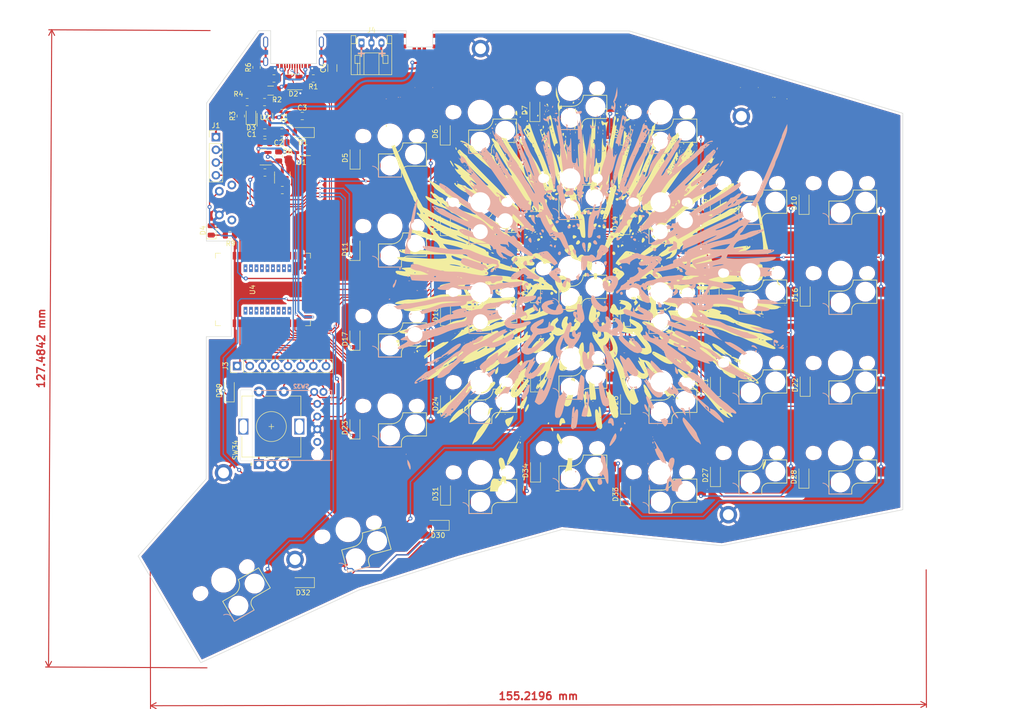
<source format=kicad_pcb>
(kicad_pcb (version 20211014) (generator pcbnew)
  (title_block (title "Hakea Wireless keyboard") (date "2022-01-09") (rev "1.0") (company "TKW"))
  (layers (0 "F.Cu" signal) (31 "B.Cu" signal) (34 "B.Paste" user) (35 "F.Paste" user) (36 "B.SilkS" user "B.Silkscreen") (37 "F.SilkS" user "F.Silkscreen") (38 "B.Mask" user) (39 "F.Mask" user) (44 "Edge.Cuts" user))
  (net 0 "")
  (net 1 "VBAT")
  (net 2 "GND")
  (net 3 "Earth")
  (net 4 "VDD_NRF")
  (net 5 "ROT1A")
  (net 6 "VBUS")
  (net 7 "ROT1B")
  (net 9 "ROW0")
  (net 10 "Net-(D3-Pad2)")
  (net 12 "Net-(D5-Pad2)")
  (net 13 "Net-(D6-Pad2)")
  (net 14 "Net-(D7-Pad2)")
  (net 15 "Net-(D8-Pad2)")
  (net 16 "ROW3")
  (net 17 "Net-(D9-Pad2)")
  (net 18 "Net-(D10-Pad2)")
  (net 19 "Net-(D11-Pad2)")
  (net 20 "Net-(D12-Pad2)")
  (net 21 "ROW1")
  (net 22 "Net-(D13-Pad2)")
  (net 23 "Net-(D14-Pad2)")
  (net 24 "Net-(D15-Pad2)")
  (net 25 "Net-(D16-Pad2)")
  (net 26 "Net-(D17-Pad2)")
  (net 27 "Net-(D18-Pad2)")
  (net 28 "Net-(D19-Pad2)")
  (net 29 "Net-(D20-Pad2)")
  (net 30 "ROW4")
  (net 31 "Net-(D21-Pad2)")
  (net 32 "Net-(D22-Pad2)")
  (net 33 "ROW2")
  (net 34 "Net-(D23-Pad2)")
  (net 35 "Net-(D24-Pad2)")
  (net 36 "Net-(D25-Pad2)")
  (net 37 "Net-(D26-Pad2)")
  (net 38 "Net-(D27-Pad2)")
  (net 39 "Net-(D28-Pad2)")
  (net 40 "Net-(D29-Pad2)")
  (net 41 "Net-(D30-Pad2)")
  (net 42 "Net-(D31-Pad2)")
  (net 43 "Net-(D32-Pad2)")
  (net 44 "LED_1")
  (net 45 "D-")
  (net 46 "D+")
  (net 47 "RAW")
  (net 48 "SWC")
  (net 49 "SWD")
  (net 50 "/CC1")
  (net 51 "Net-(R3-Pad2)")
  (net 52 "/CC2")
  (net 53 "BVOLT")
  (net 54 "COL0")
  (net 55 "COL1")
  (net 56 "COL2")
  (net 57 "COL3")
  (net 58 "COL4")
  (net 59 "COL5")
  (net 60 "Net-(C3-Pad1)")
  (net 61 "Net-(D3-Pad1)")
  (net 62 "Net-(D4-Pad1)")
  (net 63 "Net-(D33-Pad2)")
  (net 64 "Net-(D34-Pad2)")
  (net 67 "RST")
  (net 68 "BUSY")
  (net 69 "RESET")
  (net 70 "CS")
  (net 71 "SCLK")
  (net 72 "MOSI")
  (net 73 "Net-(J4-Pad1)")
  (net 91 "DC")
  (net 93 "PWR")
  (net 94 "Net-(Q2-Pad1)")
  (net 95 "Net-(Q2-Pad2)")
  (net 96 "Net-(Q2-Pad3)")
  (net 97 "PWR_EN")
  (footprint "Library:R_0805_2012Metric" (layer "F.Cu") (at 97.1296 29.1361 90)
    (fp_text reference "R6")
    (fp_text value "1M")
  )
  (footprint "Library:C_0805_2012Metric" (layer "F.Cu") (at 106.2736 38.862)
    (fp_text reference "C3")
    (fp_text value "1uF")
  )
  (footprint "Diode_SMD:D_SOD-123" (layer "F.Cu") (at 188.8998 56.3372 90)
    (fp_text reference "D9")
    (fp_text value "D_Small")
  )
  (footprint "Grandiceps:CherryMX_Choc_Hotswap-1side" (layer "F.Cu") (at 195.9102 52.2986)
    (fp_text reference "SW6" hide)
    (fp_text value "SW_Push" hide)
  )
  (footprint "Diode_SMD:D_SOD-123" (layer "F.Cu") (at 188.9252 92.7364 90)
    (fp_text reference "D21")
    (fp_text value "D_Small")
  )
  (footprint "Grandiceps:CherryMX_Choc_Hotswap-1side" (layer "F.Cu") (at 141.9098 74.1152)
    (fp_text reference "SW15" hide)
    (fp_text value "SW_Push" hide)
  )
  (footprint "Diode_SMD:D_SOD-123" (layer "F.Cu") (at 206.883 92.6856 90)
    (fp_text reference "D22")
    (fp_text value "D_Small")
  )
  (footprint "Library:tkw-small" (layer "F.Cu") (at 101.4222 119.0752)
    (fp_text reference "G***" hide)
    (fp_text value "LOGO" hide)
  )
  (footprint "Grandiceps:CherryMX_Choc_Hotswap-1side" (layer "F.Cu") (at 213.9188 52.2986)
    (fp_text reference "SW7" hide)
    (fp_text value "SW_Push" hide)
  )
  (footprint "Library:USB-C_C168688" (layer "F.Cu") (at 104.521 21.8694)
    (fp_text reference "J2" hide)
    (fp_text value "USB_C_Receptacle_USB2.0")
  )
  (footprint "Diode_SMD:D_SOD-123" (layer "F.Cu") (at 206.883 74.6643 90)
    (fp_text reference "D16")
    (fp_text value "D_Small")
  )
  (footprint "Library:R_0805_2012Metric" (layer "F.Cu") (at 101.5492 46.9392 90)
    (fp_text reference "R12" hide)
    (fp_text value "1k")
  )
  (footprint "Library:SOT-23-5" (layer "F.Cu") (at 106.1267 45.2272 180)
    (fp_text reference "U1")
    (fp_text value "AP2112K-3.3")
  )
  (footprint "Diode_SMD:D_SOD-123" (layer "F.Cu") (at 188.9252 110.744 90)
    (fp_text reference "D27")
    (fp_text value "D_Small")
  )
  (footprint "Diode_SMD:D_SOD-123" (layer "F.Cu") (at 134.8994 60.5536 90)
    (fp_text reference "D12")
    (fp_text value "D_Small")
  )
  (footprint "Library:RotaryEncoder_Alps_EC11E-Switch_Vertical_H20mm" (layer "F.Cu") (at 97.5906 108.4834 90)
    (fp_text reference "SW34")
    (fp_text value "Rotary_Encoder_Switch")
  )
  (footprint "Diode_SMD:D_SOD-123" (layer "F.Cu") (at 116.8146 83.4771 90)
    (fp_text reference "D17")
    (fp_text value "D_Small")
  )
  (footprint "Connector_PinHeader_2.54mm:PinHeader_1x08_P2.54mm_Vertical" (layer "F.Cu") (at 93.2434 88.8746 90)
    (fp_text reference "J3")
    (fp_text value "epaper-102")
  )
  (footprint "Library:R_0805_2012Metric" (layer "F.Cu") (at 98.806 50.165)
    (fp_text reference "R10" hide)
    (fp_text value "1k")
  )
  (footprint "Grandiceps:CherryMX_Choc_Hotswap-1side" (layer "F.Cu") (at 141.9098 110.1578)
    (fp_text reference "SW27" hide)
    (fp_text value "SW_Push" hide)
  )
  (footprint "Diode_SMD:D_SOD-123" (layer "F.Cu") (at 152.9334 91.8083 90)
    (fp_text reference "D25")
    (fp_text value "D_Small")
  )
  (footprint "Library:R_0805_2012Metric" (layer "F.Cu") (at 102.2835 44.196)
    (fp_text reference "R8")
    (fp_text value "2M")
  )
  (footprint "Library:TC-1101V" (layer "F.Cu") (at 90.932 56.1594 -90)
    (fp_text reference "SW1" hide)
    (fp_text value "SW_SPST")
  )
  (footprint "Diode_SMD:D_SOD-123" (layer "F.Cu") (at 116.8146 65.5056 90)
    (fp_text reference "D11")
    (fp_text value "D_Small")
  )
  (footprint "Diode_SMD:D_SOD-123" (layer "F.Cu") (at 170.941 78.6882 90)
    (fp_text reference "D20")
    (fp_text value "D_Small")
  )
  (footprint "Grandiceps:CherryMX_Choc_Hotswap-1side" (layer "F.Cu") (at 123.825 78.867)
    (fp_text reference "SW14" hide)
    (fp_text value "SW_Push" hide)
  )
  (footprint "Diode_SMD:D_SOD-123" (layer "F.Cu") (at 152.9334 109.8296 90)
    (fp_text reference "D34")
    (fp_text value "D_Small")
  )
  (footprint "Diode_SMD:D_SOD-123" (layer "F.Cu") (at 134.9248 96.4418 90)
    (fp_text reference "D24")
    (fp_text value "D_Small")
  )
  (footprint "Library:midmount_slide" (layer "F.Cu") (at 131.0428 26.411 180)
    (fp_text reference "SW33" hide)
    (fp_text value "SW_SPDT" hide)
  )
  (footprint "Library:R_0805_2012Metric" (layer "F.Cu") (at 91.7956 62.6872)
    (fp_text reference "R9")
    (fp_text value "1k")
  )
  (footprint "Library:R_0805_2012Metric" (layer "F.Cu") (at 108.4815 31.3436 180)
    (fp_text reference "R1")
    (fp_text value "5.1k")
  )
  (footprint "Diode_SMD:D_SOD-123" (layer "F.Cu") (at 152.9334 73.9658 90)
    (fp_text reference "D19")
    (fp_text value "D_Small")
  )
  (footprint "Grandiceps:CherryMX_Choc_Hotswap-1side" (layer "F.Cu") (at 159.9184 51.3334)
    (fp_text reference "SW10" hide)
    (fp_text value "SW_Push" hide)
  )
  (footprint "Diode_SMD:D_SOD-123" (layer "F.Cu") (at 91.6686 93.8022 90)
    (fp_text reference "D29")
    (fp_text value "D_Small")
  )
  (footprint "Library:Fuse_1206_3216Metric" (layer "F.Cu") (at 99.946 33.782)
    (fp_text reference "F1" hide)
    (fp_text value "500ma")
  )
  (footprint "Grandiceps:CherryMX_Choc_Hotswap-1side" (layer "F.Cu") (at 177.926 92.1248)
    (fp_text reference "SW23" hide)
    (fp_text value "SW_Push" hide)
  )
  (footprint "Library:MountingHole_2.2mm_M2_ISO7380_Pad" (layer "F.Cu") (at 104.8258 127.5842)
    (fp_text reference "H3" hide)
    (fp_text value "MountingHole" hide)
  )
  (footprint "Diode_SMD:D_SOD-123" (layer "F.Cu") (at 106.4514 132.207 180)
    (fp_text reference "D32")
    (fp_text value "D_Small")
  )
  (footprint "Grandiceps:CherryMX_Choc_Hotswap-1side" (layer "F.Cu") (at 177.926 74.1162)
    (fp_text reference "SW17" hide)
    (fp_text value "SW_Push" hide)
  )
  (footprint "Library:D_0805_2012Metric" (layer "F.Cu") (at 96.012 38.862 90)
    (fp_text reference "D3")
    (fp_text value "POWERLED")
  )
  (footprint "Diode_SMD:D_SOD-123" (layer "F.Cu") (at 133.4262 120.7516 180)
    (fp_text reference "D30")
    (fp_text value "D_Small")
  )
  (footprint "Diode_SMD:D_SOD-123" (layer "F.Cu") (at 170.942 42.418 90)
    (fp_text reference "D8")
    (fp_text value "D_Small")
  )
  (footprint "Grandiceps:CherryMX_Choc_Hotswap-1side" (layer "F.Cu") (at 123.825 96.8502)
    (fp_text reference "SW20" hide)
    (fp_text value "SW_Push" hide)
  )
  (footprint "Diode_SMD:D_SOD-123" (layer "F.Cu") (at 116.84 47.244 90)
    (fp_text reference "D5")
    (fp_text value "D_Small")
  )
  (footprint "Library:hakea" (layer "F.Cu") (at 163.115672 73.522645)
    (fp_text reference "G***" hide)
    (fp_text value "LOGO" hide)
  )
  (footprint "Diode_SMD:D_SOD-123" (layer "F.Cu") (at 188.6712 74.7151 90)
    (fp_text reference "D15")
    (fp_text value "D_Small")
  )
  (footprint "Grandiceps:CherryMX_Choc_Hotswap-1side" (layer "F.Cu") (at 177.927 38.1)
    (fp_text reference "SW5" hide)
    (fp_text value "SW_Push" hide)
  )
  (footprint "Library:C_0805_2012Metric" (layer "F.Cu") (at 98.806 44.196)
    (fp_text reference "C2")
    (fp_text value "1uF")
  )
  (footprint "Diode_SMD:D_SOD-123" (layer "F.Cu") (at 152.9334 55.7159 90)
    (fp_text reference "D13")
    (fp_text value "D_Small")
  )
  (footprint "Diode_SMD:D_SOD-123" (layer "F.Cu") (at 170.815 60.2996 90)
    (fp_text reference "D14")
    (fp_text value "D_Small")
  )
  (footprint "Diode_SMD:D_SOD-123" (layer "F.Cu") (at 134.9248 114.4758 90)
    (fp_text reference "D31")
    (fp_text value "D_Small")
  )
  (footprint "Grandiceps:CherryMX_Choc_Hotswap-1side" (layer "F.Cu") (at 213.9188 70.3072)
    (fp_text reference "SW13" hide)
    (fp_text value "SW_Push" hide)
  )
  (footprint "Library:D_0805_2012Metric" (layer "F.Cu") (at 88.0618 61.7474 90)
    (fp_text reference "D4")
    (fp_text value "LED_Small")
  )
  (footprint "Library:SOT-143" (layer "F.Cu") (at 104.521 32.0548 180)
    (fp_text reference "D2")
    (fp_text value "SR05")
  )
  (footprint "Library:MountingHole_2.2mm_M2_ISO7380_Pad" (layer "F.Cu") (at 194.1068 38.9382)
    (fp_text reference "H5" hide)
    (fp_text value "MountingHole")
  )
  (footprint "Diode_SMD:D_SOD-123" (layer "F.Cu") (at 134.9248 78.5612 90)
    (fp_text reference "D18")
    (fp_text value "D_Small")
  )
  (footprint "Grandiceps:CherryMX_Choc_Hotswap-1side" (layer "F.Cu") (at 159.9184 87.2998)
    (fp_text reference "SW22" hide)
    (fp_text value "SW_Push" hide)
  )
  (footprint "Library:PinHeader_1x04_P2.54mm_Vertical" (layer "F.Cu") (at 89.0016 43.0884)
    (fp_text reference "J1")
    (fp_text value "SWD PORT")
  )
  (footprint "Grandiceps:CherryMX_Choc_Hotswap-1side" (layer "F.Cu") (at 213.9188 106.2736)
    (fp_text reference "SW25" hide)
    (fp_text value "SW_Push" hide)
  )
  (footprint "Library:R_0805_2012Metric" (layer "F.Cu") (at 100.6113 31.3436)
    (fp_text reference "R5" hide)
    (fp_text value "5.1k" hide)
  )
  (footprint "Grandiceps:CherryMX_Choc_Hotswap-1side" (layer "F.Cu") (at 195.9102 106.2736)
    (fp_text reference "SW24" hide)
    (fp_text value "SW_Push" hide)
  )
  (footprint "Grandiceps:CherryMX_Choc_Hotswap-1side" (layer "F.Cu") (at 159.9184 69.3293)
    (fp_text reference "SW16" hide)
    (fp_text value "SW_Push" hide)
  )
  (footprint "Library:SOT-23" (layer "F.Cu") (at 102.616 39.116 180)
    (fp_text reference "Q1")
    (fp_text value "AO3401A")
  )
  (footprint "Grandiceps:CherryMX_Choc_Hotswap-1side" (layer "F.Cu") (at 123.825 60.8701)
    (fp_text reference "SW8" hide)
    (fp_text value "SW_Push" hide)
  )
  (footprint "Library:nRF52840_holyiot_18010" (layer "F.Cu") (at 98.412 73.5584 90)
    (fp_text reference "U4")
    (fp_text value "nRF52840_holyiot_18010")
  )
  (footprint "Package_TO_SOT_SMD:SOT-23" (layer "F.Cu") (at 102.2858 50.6476 90)
    (fp_text reference "Q2" hide)
    (fp_text value "2N7002" hide)
  )
  (footprint "Library:C_1206_3216Metric" (layer "F.Cu") (at 112.2934 29.2608 90)
    (fp_text reference "C4")
    (fp_text value "4.7n")
  )
  (footprint "Library:R_0805_2012Metric" (layer "F.Cu") (at 98.7275 36.068)
    (fp_text reference "R2")
    (fp_text value "10k")
  )
  (footprint "Diode_SMD:D_SOD-123" (layer "F.Cu") (at 116.8146 101.2317 90)
    (fp_text reference "D23")
    (fp_text value "D_Small")
  )
  (footprint "Diode_SMD:D_SOD-123" (layer "F.Cu") (at 206.629 111.0732 90)
    (fp_text reference "D28")
    (fp_text value "D_Small")
  )
  (footprint "Grandiceps:CherryMX_Choc_Hotswap-1side" (layer "F.Cu") (at 123.825 42.8625)
    (fp_text reference "SW2" hide)
    (fp_text value "SW_Push" hide)
  )
  (footprint "Diode_SMD:D_SOD-123" (layer "F.Cu") (at 152.8074 37.72 90)
    (fp_text reference "D7")
    (fp_text value "D_Small")
  )
  (footprint "Grandiceps:CherryMX_Choc_Hotswap-1side" (layer "F.Cu") (at 141.8844 56.1076)
    (fp_text reference "SW9" hide)
    (fp_text value "SW_Push" hide)
  )
  (footprint "Grandiceps:CherryMX_Choc_Hotswap-1side" (layer "F.Cu") (at 141.859 38.1)
    (fp_text reference "SW3" hide)
    (fp_text value "SW_Push" hide)
  )
  (footprint "Library:R_0805_2012Metric" (layer "F.Cu") (at 102.2858 53.6702 180)
    (fp_text reference "R11" hide)
    (fp_text value "1k")
  )
  (footprint "Grandiceps:CherryMX_Choc_Hotswap-1side" (layer "F.Cu") (at 159.9184 105.3211)
    (fp_text reference "SW30" hide)
    (fp_text value "SW_Push" hide)
  )
  (footprint "Diode_SMD:D_SOD-123" (layer "F.Cu") (at 134.874 42.418 90)
    (fp_text reference "D6")
    (fp_text value "D_Small")
  )
  (footprint "Diode_SMD:D_SOD-123" (layer "F.Cu") (at 106.426 42.164 180)
    (fp_text reference "D1")
    (fp_text value "1N5819")
  )
  (footprint "Grandiceps:CherryMX_Choc_Hotswap-1side" (layer "F.Cu") (at 213.9188 88.265)
    (fp_text reference "SW19" hide)
    (fp_text value "SW_Push" hide)
  )
  (footprint "Library:R_0805_2012Metric" (layer "F.Cu") (at 102.1865 42.164 180)
    (fp_text reference "R7" hide)
    (fp_text value "806k")
  )
  (footprint "Grandiceps:CherryMX_Choc_Hotswap-1side" (layer "F.Cu") (at 177.926 56.1076)
    (fp_text reference "SW11" hide)
    (fp_text value "SW_Push" hide)
  )
  (footprint "Library:R_0805_2012Metric" (layer "F.Cu") (at 95.25 36.068 180)
    (fp_text reference "R4")
    (fp_text value "1k")
  )
  (footprint "Library:JST_PH_S3B-PH-K_1x03_P2.00mm_Horizontal" (layer "F.Cu") (at 118.1166 24.2316)
    (fp_text reference "J4")
    (fp_text value "Conn_01x03")
  )
  (footprint "Library:R_0805_2012Metric" (layer "F.Cu") (at 93.98 38.862 90)
    (fp_text reference "R3")
    (fp_text value "10k")
  )
  (footprint "Diode_SMD:D_SOD-123" (layer "F.Cu") (at 170.941 96.2396 90)
    (fp_text reference "D26")
    (fp_text value "D_Small")
  )
  (footprint "Library:C_0805_2012Metric" (layer "F.Cu") (at 98.779 42.164 180)
    (fp_text reference "C1")
    (fp_text value "4.7uF")
  )
  (footprint "Diode_SMD:D_SOD-123" (layer "F.Cu") (at 170.941 114.5594 90)
    (fp_text reference "D33")
    (fp_text value "D_Small")
  )
  (footprint "Grandiceps:CherryMX_Choc_Hotswap-1side" (layer "F.Cu") (at 177.926 110.1154)
    (fp_text reference "SW29" hide)
    (fp_text value "SW_Push" hide)
  )
  (footprint "Grandiceps:CherryMX_Choc_Hotswap-1side" (layer "F.Cu") (at 141.9098 92.1238)
    (fp_text reference "SW21" hide)
    (fp_text value "SW_Push" hide)
  )
  (footprint "Grandiceps:CherryMX_Choc_Hotswap-1side" (layer "F.Cu") (at 159.9184 33.3375)
    (fp_text reference "SW4" hide)
    (fp_text value "SW_Push" hide)
  )
  (footprint "Diode_SMD:D_SOD-123" (layer "F.Cu") (at 206.6544 56.2864 90)
    (fp_text reference "D10")
    (fp_text value "D_Small")
  )
  (footprint "Library:MountingHole_2.2mm_M2_ISO7380_Pad" (layer "F.Cu") (at 191.516 118.618)
    (fp_text reference "H4" hide)
    (fp_text value "MountingHole" hide)
  )
  (footprint "Library:MountingHole_2.2mm_M2_ISO7380_Pad" (layer "F.Cu") (at 141.9352 25.3746)
    (fp_text reference "H6" hide)
    (fp_text value "MountingHole")
  )
  (footprint "Package_TO_SOT_SMD:SOT-23" (layer "F.Cu") (at 98.4504 47.0916 180)
    (fp_text reference "Q3" hide)
    (fp_text value "AO3401A")
  )
  (footprint "Grandiceps:CherryMX_Choc_Hotswap-1side" (layer "F.Cu") (at 195.9102 70.2818)
    (fp_text reference "SW12" hide)
    (fp_text value "SW_Push" hide)
  )
  (footprint "Grandiceps:CherryMX_Choc_Hotswap-1side" (layer "F.Cu") (at 195.9102 88.265)
    (fp_text reference "SW18" hide)
    (fp_text value "SW_Push" hide)
  )
  (footprint "Grandiceps:CherryMX_Choc_Hotswap-1side" (layer "F.Cu") (at 115.443 121.6152 15)
    (fp_text reference "SW26" hide)
    (fp_text value "SW_Push" hide)
  )
  (footprint "Library:SOT-23-5" (layer "F.Cu") (at 98.806 39.116 90)
    (fp_text reference "U2")
    (fp_text value "TP4054")
  )
  (footprint "Grandiceps:CherryMX_Choc_Hotswap-1side" (layer "F.Cu") (at 90.551 131.699 30)
    (fp_text reference "SW28" hide)
    (fp_text value "SW_Push" hide)
  )
  (footprint "Library:MountingHole_2.2mm_M2_ISO7380_Pad" (layer "F.Cu") (at 90.5256 110.236)
    (fp_text reference "H2" hide)
    (fp_text value "MountingHole")
  )
  (footprint "Library:tkw-small" (layer "B.Cu") (at 100.7364 119.6594 180)
    (fp_text reference "G***" hide)
    (fp_text value "LOGO" hide)
  )
  (footprint "Library:RollerEncoder_Panasonic_EVQWGD001" (layer "B.Cu") (at 103.659458 100.2538 180)
    (fp_text reference "SW32")
    (fp_text value "Rotary_Encoder_Switch")
    (fp_line (start 9.5 6.6) (end 7.7 6.6) (layer "Edge.Cuts") (width 0.05))
    (fp_line (start 9.8 -7.3) (end 9.8 6.3) (layer "Edge.Cuts") (width 0.05))
    (fp_line (start 7.4 6.3) (end 7.4 -7.3) (layer "Edge.Cuts") (width 0.05))
    (fp_line (start 7.7 -7.6) (end 9.5 -7.6) (layer "Edge.Cuts") (width 0.05))
    (fp_arc (start 7.4 -7.3) (mid 7.487868 -7.512132) (end 7.7 -7.6) (layer "Edge.Cuts") (width 0.05))
    (fp_arc (start 7.7 6.6) (mid 7.487868 6.512132) (end 7.4 6.3) (layer "Edge.Cuts") (width 0.05))
    (fp_arc (start 9.5 -7.6) (mid 9.712132 -7.512132) (end 9.8 -7.3) (layer "Edge.Cuts") (width 0.05))
    (fp_arc (start 9.8 6.3) (mid 9.712132 6.512132) (end 9.5 6.6) (layer "Edge.Cuts") (width 0.05))
  )
  (footprint "Library:hakea" (layer "B.Cu") (at 163.198128 73.522645 180)
    (fp_text reference "G***" hide)
    (fp_text value "LOGO" hide)
  )
  (gr_line (start 97.545526 21.785342) (end 87.131526 36.263342) (layer "Edge.Cuts") (width 0.1))
  (gr_line (start 109.1184 21.810742) (end 109.127926 28.363942) (layer "Edge.Cuts") (width 0.1))
  (gr_line (start 127.085726 25.036542) (end 127.085726 21.810742) (layer "Edge.Cuts") (width 0.1))
  (gr_line (start 132.368926 25.036542) (end 127.085726 25.036542) (layer "Edge.Cuts") (width 0.1))
  (gr_line (start 171.6532 21.836142) (end 132.368926 21.836142) (layer "Edge.Cuts") (width 0.1))
  (gr_line (start 87.079881 83.000007) (end 87.055326 111.447342) (layer "Edge.Cuts") (width 0.1))
  (gr_line (start 87.055326 111.447342) (end 73.435123 126.903419) (layer "Edge.Cuts") (width 0.1))
  (gr_line (start 73.435123 126.903419) (end 85.963126 148.226542) (layer "Edge.Cuts") (width 0.1))
  (gr_line (start 226.4156 38.320742) (end 171.6532 21.836142) (layer "Edge.Cuts") (width 0.1))
  (gr_line (start 137.630775 127.305103) (end 158.251526 121.581942) (layer "Edge.Cuts") (width 0.1))
  (gr_line (start 85.963126 148.226542) (end 117.648555 133.670213) (layer "Edge.Cuts") (width 0.1))
  (gr_line (start 87.103854 63.873394) (end 92.0573 63.873733) (layer "Edge.Cuts") (width 0.1))
  (gr_line (start 87.131526 36.263342) (end 87.103854 63.873394) (layer "Edge.Cuts") (width 0.1))
  (gr_line (start 117.648555 133.670213) (end 137.630775 127.305103) (layer "Edge.Cuts") (width 0.1))
  (gr_line (start 109.127926 28.363942) (end 99.958526 28.363942) (layer "Edge.Cuts") (width 0.1))
  (gr_line (start 92.0573 63.873733) (end 92.082695 83.000348) (layer "Edge.Cuts") (width 0.1))
  (gr_line (start 92.082695 83.000348) (end 87.079881 83.000007) (layer "Edge.Cuts") (width 0.1))
  (gr_line (start 190.204631 124.8156) (end 226.4156 117.619542) (layer "Edge.Cuts") (width 0.1))
  (gr_line (start 158.251526 121.581942) (end 190.204631 124.8156) (layer "Edge.Cuts") (width 0.1))
  (gr_line (start 99.958526 21.785342) (end 97.545526 21.785342) (layer "Edge.Cuts") (width 0.1))
  (gr_line (start 99.958526 28.363942) (end 99.958526 21.785342) (layer "Edge.Cuts") (width 0.1))
  (gr_line (start 132.368926 21.836142) (end 132.368926 25.036542) (layer "Edge.Cuts") (width 0.1))
  (gr_line (start 226.4156 117.619542) (end 226.4156 38.320742) (layer "Edge.Cuts") (width 0.1))
  (gr_line (start 127.085726 21.810742) (end 109.1184 21.810742) (layer "Edge.Cuts") (width 0.1))
  (gr_text "+  +" (at 120.1674 26.2316) (layer "B.SilkS") (effects (font (size 1.5 1.5) (thickness 0.3))))
  (gr_text "+  +" (at 120.1674 26.2382) (layer "F.SilkS") (effects (font (size 1.5 1.5) (thickness 0.3)) (justify mirror)))
  (dimension (type aligned) (layer "F.Cu") (pts (xy 87.7062 149.2504) (xy 88.3412 21.7678)) (height -32.190353) (gr_text "127.4842 mm" (at 54.033768 85.339794 89.71460796) (layer "F.Cu") (effects (font (size 1.5 1.5) (thickness 0.3)))) (format (units 3) (units_format 1) (precision 4)) (style (thickness 0.2) (arrow_length 1.27) (text_position_mode 0) (extension_height 0.58642) (extension_offset 0.5) keep_text_aligned))
  (dimension (type aligned) (layer "F.Cu") (pts (xy 75.8698 129.3876) (xy 231.0892 129.1336)) (height 27.438896) (gr_text "155.2196 mm" (at 153.521455 154.899461 0.09375835112) (layer "F.Cu") (effects (font (size 1.5 1.5) (thickness 0.3)))) (format (units 3) (units_format 1) (precision 4)) (style (thickness 0.2) (arrow_length 1.27) (text_position_mode 0) (extension_height 0.58642) (extension_offset 0.5) keep_text_aligned))
  (segment (start 129.6928 25.911) (end 129.6928 27.296786) (width 0.4) (layer "F.Cu") (net 1))
  (segment (start 129.159 28.2448) (end 128.4478 28.2448) (width 0.4) (layer "F.Cu") (net 1))
  (segment (start 129.399907 28.003893) (end 129.159 28.2448) (width 0.4) (layer "F.Cu") (net 1))
  (segment (start 99.9257 39.116) (end 101.616 39.116) (width 0.4) (layer "F.Cu") (net 1))
  (segment (start 100.756 42.164) (end 101.249 42.164) (width 0.4) (layer "F.Cu") (net 1))
  (segment (start 128.3716 28.2448) (end 128.2954 28.1686) (width 0.4) (layer "F.Cu") (net 1))
  (segment (start 99.756 40.216) (end 99.756 39.2857) (width 0.4) (layer "F.Cu") (net 1))
  (segment (start 128.4478 28.2448) (end 128.3716 28.2448) (width 0.4) (layer "F.Cu") (net 1))
  (segment (start 99.9257 39.116) (end 99.756 39.2857) (width 0.4) (layer "F.Cu") (net 1))
  (segment (start 99.756 41.164) (end 99.756 40.216) (width 0.4) (layer "F.Cu") (net 1))
  (via (at 128.2954 28.1686) (size 0.8) (drill 0.4) (layers "F.Cu" "B.Cu") (net 1))
  (via (at 101.616 39.116) (size 0.8) (drill 0.4) (layers "F.Cu" "B.Cu") (net 1))
  (arc (start 129.6928 27.296786) (mid 129.61668 27.679469) (end 129.399907 28.003893) (width 0.4) (layer "F.Cu") (net 1))
  (arc (start 100.756 42.164) (mid 100.048893 41.871107) (end 99.756 41.164) (width 0.4) (layer "F.Cu") (net 1))
  (segment (start 119.479641 31.8262) (end 126.042748 31.8262) (width 0.4) (layer "B.Cu") (net 1))
  (segment (start 105.017641 36.957) (end 113.1316 36.957) (width 0.4) (layer "B.Cu") (net 1))
  (segment (start 117.35832 32.73028) (end 117.35832 32.70488) (width 0.4) (layer "B.Cu") (net 1))
  (segment (start 128.2954 29.135759) (end 128.2954 28.1686) (width 0.4) (layer "B.Cu") (net 1))
  (segment (start 101.616 39.116) (end 102.89632 37.83568) (width 0.4) (layer "B.Cu") (net 1))
  (segment (start 113.1316 36.957) (end 117.35832 32.73028) (width 0.4) (layer "B.Cu") (net 1))
  (arc (start 127.41672 31.25708) (mid 128.067039 30.28381) (end 128.2954 29.135759) (width 0.4) (layer "B.Cu") (net 1))
  (arc (start 102.89632 37.83568) (mid 103.86959 37.185361) (end 105.017641 36.957) (width 0.4) (layer "B.Cu") (net 1))
  (arc (start 126.042748 31.8262) (mid 126.786335 31.67829) (end 127.41672 31.25708) (width 0.4) (layer "B.Cu") (net 1))
  (arc (start 117.35832 32.70488) (mid 118.33159 32.054561) (end 119.479641 31.8262) (width 0.4) (layer "B.Cu") (net 1))
  (segment (start 99.756 44.196) (end 99.756 44.091) (width 0.4) (layer "F.Cu") (net 2))
  (segment (start 98.513107 41.492393) (end 97.8415 42.164) (width 0.4) (layer "F.Cu") (net 2))
  (segment (start 99.756 44.091) (end 97.829 42.164) (width 0.4) (layer "F.Cu") (net 2))
  (segment (start 98.806 40.216) (end 98.806 40.785286) (width 0.4) (layer "F.Cu") (net 2))
  (via (at 108.2548 29.3116) (size 0.8) (drill 0.4) (layers "F.Cu" "B.Cu") (net 2))
  (via (at 100.7872 29.3116) (size 0.8) (drill 0.4) (layers "F.Cu" "B.Cu") (net 2))
  (via (at 100.8634 35.941) (size 0.5) (drill 0.3) (layers "F.Cu" "B.Cu") (net 2))
  (via (at 105.8926 34.3154) (size 0.8) (drill 0.4) (layers "F.Cu" "B.Cu") (net 2))
  (arc (start 98.513107 41.492393) (mid 98.72988 41.16797) (end 98.806 40.785286) (width 0.4) (layer "F.Cu") (net 2))
  (segment (start 110.0963 27.9694) (end 112.1848 27.9694) (width 0.4) (layer "F.Cu") (net 3))
  (segment (start 110.0963 24.0694) (end 110.0963 27.9694) (width 0.4) (layer "F.Cu") (net 3))
  (segment (start 98.9457 27.9694) (end 97.3588 27.9694) (width 0.4) (layer "F.Cu") (net 3))
  (segment (start 98.9457 24.0694) (end 98.9457 27.9694) (width 0.4) (layer "F.Cu") (net 3))
  (segment (start 107.412 79.0584) (end 108.37 79.0584) (width 0.4) (layer "F.Cu") (net 4))
  (segment (start 97.5129 47.0916) (end 97.5129 45.4129) (width 0.4) (layer "F.Cu") (net 4))
  (segment (start 108.37 79.0584) (end 108.3818 79.0702) (width 0.4) (layer "F.Cu") (net 4))
  (segment (start 97.5129 45.4129) (end 97.5129 44.5391) (width 0.4) (layer "F.Cu") (net 4))
  (segment (start 105.49422 47.70922) (end 105.49422 47.9044) (width 0.4) (layer "F.Cu") (net 4))
  (segment (start 102.6903 46.0267) (end 104.8387 46.0267) (width 0.4) (layer "F.Cu") (net 4))
  (segment (start 104.9892 46.1772) (end 104.9892 47.2042) (width 0.4) (layer "F.Cu") (net 4))
  (segment (start 104.8387 46.0267) (end 104.9892 46.1772) (width 0.4) (layer "F.Cu") (net 4))
  (segment (start 104.9892 47.2042) (end 105.49422 47.70922) (width 0.4) (layer "F.Cu") (net 4))
  (segment (start 101.5492 46.0267) (end 102.6903 46.0267) (width 0.4) (layer "F.Cu") (net 4))
  (segment (start 97.5129 44.5391) (end 97.856 44.196) (width 0.4) (layer "F.Cu") (net 4))
  (via (at 108.3818 79.0702) (size 0.5) (drill 0.3) (layers "F.Cu" "B.Cu") (net 4))
  (via (at 97.5129 45.4129) (size 0.8) (drill 0.4) (layers "F.Cu" "B.Cu") (net 4))
  (via (at 102.6903 46.0267) (size 0.8) (drill 0.4) (layers "F.Cu" "B.Cu") (net 4))
  (via (at 105.49422 47.9044) (size 0.5) (drill 0.3) (layers "F.Cu" "B.Cu") (net 4))
  (segment (start 105.49422 47.9044) (end 105.49422 77.93522) (width 0.4) (layer "B.Cu") (net 4))
  (segment (start 102.028 45.3644) (end 97.5614 45.3644) (width 0.4) (layer "B.Cu") (net 4))
  (segment (start 106.6292 79.0702) (end 108.3818 79.0702) (width 0.4) (layer "B.Cu") (net 4))
  (segment (start 102.6903 46.0267) (end 102.028 45.3644) (width 0.4) (layer "B.Cu") (net 4))
  (segment (start 105.49422 77.93522) (end 106.6292 79.0702) (width 0.4) (layer "B.Cu") (net 4))
  (segment (start 97.5614 45.3644) (end 97.5129 45.4129) (width 0.4) (layer "B.Cu") (net 4))
  (segment (start 113.95208 96.4692) (end 115.29828 95.123) (width 0.25) (layer "F.Cu") (net 5))
  (segment (start 105.2322 96.4438) (end 97.5906 104.0854) (width 0.25) (layer "F.Cu") (net 5))
  (segment (start 110.727204 83.64456) (end 101.80556 83.64456) (width 0.25) (layer "F.Cu") (net 5))
  (segment (start 100.412 82.251) (end 100.412 80.3084) (width 0.25) (layer "F.Cu") (net 5))
  (segment (start 101.80556 83.64456) (end 100.412 82.251) (width 0.25) (layer "F.Cu") (net 5))
  (segment (start 109.284458 96.4438) (end 105.2322 96.4438) (width 0.25) (layer "F.Cu") (net 5))
  (segment (start 113.92668 96.4438) (end 109.284458 96.4438) (width 0.25) (layer "F.Cu") (net 5))
  (segment (start 115.29828 95.123) (end 115.29828 88.215636) (width 0.25) (layer "F.Cu") (net 5))
  (segment (start 113.95208 96.4692) (end 113.92668 96.4438) (width 0.25) (layer "F.Cu") (net 5))
  (segment (start 97.5906 104.0854) (end 97.5906 108.4834) (width 0.25) (layer "F.Cu") (net 5))
  (segment (start 115.29828 88.215636) (end 110.727204 83.64456) (width 0.25) (layer "F.Cu") (net 5))
  (segment (start 89.0016 43.0884) (end 89.0016 39.7667) (width 0.4) (layer "F.Cu") (net 6))
  (segment (start 107.412 70.2584) (end 106.3264 70.2584) (width 0.4) (layer "F.Cu") (net 6))
  (segment (start 95.336093 35.216593) (end 96.1875 36.068) (width 0.4) (layer "F.Cu") (net 6))
  (segment (start 98.082893 36.360893) (end 99.738 38.016) (width 0.4) (layer "F.Cu") (net 6))
  (segment (start 104.776 41.080614) (end 104.776 42.164) (width 0.4) (layer "F.Cu") (net 6))
  (segment (start 89.0016 39.7667) (end 93.551707 35.216593) (width 0.4) (layer "F.Cu") (net 6))
  (segment (start 94.258814 34.9237) (end 94.628986 34.9237) (width 0.4) (layer "F.Cu") (net 6))
  (segment (start 104.468493 40.358893) (end 104.483107 40.373507) (width 0.4) (layer "F.Cu") (net 6))
  (segment (start 99.5371 37.9785) (end 99.1616 38.354) (width 0.4) (layer "F.Cu") (net 6))
  (segment (start 103.5383 40.0812) (end 103.5535 40.066) (width 0.4) (layer "F.Cu") (net 6))
  (segment (start 106.3264 70.2584) (end 106.299 70.231) (width 0.4) (layer "F.Cu") (net 6))
  (segment (start 96.1875 36.068) (end 98.4735 33.782) (width 0.4) (layer "F.Cu") (net 6))
  (segment (start 96.1875 36.068) (end 97.375786 36.068) (width 0.4) (layer "F.Cu") (net 6))
  (segment (start 102.5144 40.0812) (end 103.5383 40.0812) (width 0.4) (layer "F.Cu") (net 6))
  (segment (start 99.756 37.9785) (end 99.5371 37.9785) (width 0.4) (layer "F.Cu") (net 6))
  (via (at 102.5144 40.0812) (size 0.8) (drill 0.4) (layers "F.Cu" "B.Cu") (net 6))
  (via (at 99.1616 38.354) (size 0.8) (drill 0.4) (layers "F.Cu" "B.Cu") (net 6))
  (via (at 106.299 70.231) (size 0.5) (drill 0.3) (layers "F.Cu" "B.Cu") (net 6))
  (arc (start 104.776 41.080614) (mid 104.69988 40.697931) (end 104.483107 40.373507) (width 0.4) (layer "F.Cu") (net 6))
  (arc (start 98.082893 36.360893) (mid 97.75847 36.14412) (end 97.375786 36.068) (width 0.4) (layer "F.Cu") (net 6))
  (arc (start 93.551707 35.216593) (mid 93.87613 34.99982) (end 94.258814 34.9237) (width 0.4) (layer "F.Cu") (net 6))
  (arc (start 103.761386 40.066) (mid 104.144069 40.14212) (end 104.468493 40.358893) (width 0.4) (layer "F.Cu") (net 6))
  (arc (start 95.336093 35.216593) (mid 95.01167 34.99982) (end 94.628986 34.9237) (width 0.4) (layer "F.Cu") (net 6))
  (segment (start 106.299 43.8658) (end 102.5144 40.0812) (width 0.4) (layer "B.Cu") (net 6))
  (segment (start 102.3112 40.2844) (end 102.5144 40.0812) (width 0.4) (layer "B.Cu") (net 6))
  (segment (start 106.299 70.231) (end 106.299 43.8658) (width 0.4) (layer "B.Cu") (net 6))
  (segment (start 99.1616 39.3446) (end 100.1014 40.2844) (width 0.4) (layer "B.Cu") (net 6))
  (segment (start 99.1616 38.354) (end 99.1616 39.3446) (width 0.4) (layer "B.Cu") (net 6))
  (segment (start 100.1014 40.2844) (end 102.3112 40.2844) (width 0.4) (layer "B.Cu") (net 6))
  (segment (start 114.3508 98.9838) (end 109.284458 98.9838) (width 0.25) (layer "F.Cu") (net 7))
  (segment (start 102.5906 108.4834) (end 107.4166 103.6574) (width 0.25) (layer "F.Cu") (net 7))
  (segment (start 110.913402 83.19504) (end 103.38664 83.19504) (width 0.25) (layer "F.Cu") (net 7))
  (segment (start 101.512 81.3204) (end 101.512 80.3084) (width 0.25) (layer "F.Cu") (net 7))
  (segment (start 107.4166 100.851658) (end 109.284458 98.9838) (width 0.25) (layer "F.Cu") (net 7))
  (segment (start 114.3762 99.0092) (end 114.3508 98.9838) (width 0.25) (layer "F.Cu") (net 7))
  (segment (start 114.3762 99.0092) (end 115.7478 97.6376) (width 0.25) (layer "F.Cu") (net 7))
  (segment (start 115.7478 88.029438) (end 110.913402 83.19504) (width 0.25) (layer "F.Cu") (net 7))
  (segment (start 103.38664 83.19504) (end 101.512 81.3204) (width 0.25) (layer "F.Cu") (net 7))
  (segment (start 107.4166 103.6574) (end 107.4166 100.851658) (width 0.25) (layer "F.Cu") (net 7))
  (segment (start 115.7478 97.6376) (end 115.7478 88.029438) (width 0.25) (layer "F.Cu") (net 7))
  (segment (start 182.1688 48.7934) (end 185.9788 52.6034) (width 0.25) (layer "F.Cu") (net 9))
  (segment (start 152.8074 39.37) (end 152.8074 46.1508) (width 0.25) (layer "F.Cu") (net 9))
  (segment (start 116.84 48.894) (end 116.84 49.7586) (width 0.25) (layer "F.Cu") (net 9))
  (segment (start 206.6798 59.563) (end 206.6544 59.5376) (width 0.25) (layer "F.Cu") (net 9))
  (segment (start 185.9788 52.6034) (end 185.9788 56.3118) (width 0.25) (layer "F.Cu") (net 9))
  (segment (start 204.9526 61.2902) (end 206.6798 59.563) (width 0.25) (layer "F.Cu") (net 9))
  (segment (start 131.6736 51.9176) (end 134.9248 48.6664) (width 0.25) (layer "F.Cu") (net 9))
  (segment (start 150.2918 48.6664) (end 134.9248 48.6664) (width 0.25) (layer "F.Cu") (net 9))
  (segment (start 170.942 44.068) (end 154.8902 44.068) (width 0.25) (layer "F.Cu") (net 9))
  (segment (start 134.874 48.6156) (end 134.874 44.068) (width 0.25) (layer "F.Cu") (net 9))
  (segment (start 170.942 44.068) (end 170.942 45.5168) (width 0.25) (layer "F.Cu") (net 9))
  (segment (start 152.8074 46.1508) (end 150.2918 48.6664) (width 0.25) (layer "F.Cu") (net 9))
  (segment (start 188.8998 57.9872) (end 188.8998 60.0964) (width 0.25) (layer "F.Cu") (net 9))
  (segment (start 106.172 55.6006) (end 109.8804 51.8922) (width 0.25) (layer "F.Cu") (net 9))
  (segment (start 174.2186 48.7934) (end 182.1688 48.7934) (width 0.25) (layer "F.Cu") (net 9))
  (segment (start 188.8998 57.9872) (end 187.6542 57.9872) (width 0.25) (layer "F.Cu") (net 9))
  (segment (start 134.9248 48.6664) (end 134.874 48.6156) (width 0.25) (layer "F.Cu") (net 9))
  (segment (start 118.999 51.9176) (end 131.6736 51.9176) (width 0.25) (layer "F.Cu") (net 9))
  (segment (start 206.6544 59.5376) (end 206.6544 57.9364) (width 0.25) (layer "F.Cu") (net 9))
  (segment (start 188.8998 60.0964) (end 190.0936 61.2902) (width 0.25) (layer "F.Cu") (net 9))
  (segment (start 154.8902 44.068) (end 152.8074 46.1508) (width 0.25) (layer "F.Cu") (net 9))
  (segment (start 100.412 57.2966) (end 102.108 55.6006) (width 0.25) (layer "F.Cu") (net 9))
  (segment (start 170.942 45.5168) (end 174.2186 48.7934) (width 0.25) (layer "F.Cu") (net 9))
  (segment (start 187.6542 57.9872) (end 185.9788 56.3118) (width 0.25) (layer "F.Cu") (net 9))
  (segment (start 100.412 66.8084) (end 100.412 57.2966) (width 0.25) (layer "F.Cu") (net 9))
  (segment (start 116.84 49.7586) (end 118.999 51.9176) (width 0.25) (layer "F.Cu") (net 9))
  (segment (start 190.0936 61.2902) (end 204.9526 61.2902) (width 0.25) (layer "F.Cu") (net 9))
  (segment (start 102.108 55.6006) (end 106.172 55.6006) (width 0.25) (layer "F.Cu") (net 9))
  (via (at 118.999 51.8668) (size 0.5) (drill 0.3) (layers "F.Cu" "B.Cu") (net 9))
  (via (at 109.8804 51.8922) (size 0.5) (drill 0.3) (layers "F.Cu" "B.Cu") (net 9))
  (segment (start 118.9736 51.8922) (end 118.999 51.8668) (width 0.25) (layer "B.Cu") (net 9))
  (segment (start 109.8804 51.8922) (end 118.9736 51.8922) (width 0.25) (layer "B.Cu") (net 9))
  (segment (start 94.3125 36.068) (end 96.012 37.7675) (width 0.25) (layer "F.Cu") (net 10))
  (segment (start 117.8565 45.594) (end 121.025 48.7625) (width 0.25) (layer "F.Cu") (net 12))
  (segment (start 116.84 45.594) (end 117.8565 45.594) (width 0.25) (layer "F.Cu") (net 12))
  (segment (start 134.7211 40.7924) (end 135.7376 40.7924) (width 0.25) (layer "F.Cu") (net 13))
  (segment (start 135.7376 40.7924) (end 138.9061 43.9609) (width 0.25) (layer "F.Cu") (net 13))
  (segment (start 152.9329 36.1188) (end 153.9494 36.1188) (width 0.25) (layer "F.Cu") (net 14))
  (segment (start 153.9494 36.1188) (end 157.1179 39.2873) (width 0.25) (layer "F.Cu") (net 14))
  (segment (start 170.9161 40.7924) (end 171.9326 40.7924) (width 0.25) (layer "F.Cu") (net 15))
  (segment (start 171.9326 40.7924) (end 175.1011 43.9609) (width 0.25) (layer "F.Cu") (net 15))
  (segment (start 188.9252 113.3602) (end 188.9252 112.394) (width 0.25) (layer "F.Cu") (net 16))
  (segment (start 103.712 58.942279) (end 105.2068 57.447479) (width 0.25) (layer "F.Cu") (net 16))
  (segment (start 116.8146 102.8817) (end 116.8146 104.7496) (width 0.25) (layer "F.Cu") (net 16))
  (segment (start 184.0992 105.2576) (end 186.2074 107.3658) (width 0.25) (layer "F.Cu") (net 16))
  (segment (start 109.8296 54.9656) (end 109.8296 55.004703) (width 0.25) (layer "F.Cu") (net 16))
  (segment (start 103.712 66.8084) (end 103.712 58.942279) (width 0.25) (layer "F.Cu") (net 16))
  (segment (start 190.5762 115.0112) (end 188.9252 113.3602) (width 0.25) (layer "F.Cu") (net 16))
  (segment (start 186.2074 107.3658) (end 186.2074 109.6762) (width 0.25) (layer "F.Cu") (net 16))
  (segment (start 170.941 97.8896) (end 153.0076 97.8896) (width 0.25) (layer "F.Cu") (net 16))
  (segment (start 175.9712 105.2576) (end 184.0992 105.2576) (width 0.25) (layer "F.Cu") (net 16))
  (segment (start 170.941 100.2274) (end 175.9712 105.2576) (width 0.25) (layer "F.Cu") (net 16))
  (segment (start 106.232273 57.447479) (end 108.714152 54.9656) (width 0.25) (layer "F.Cu") (net 16))
  (segment (start 206.1464 115.0112) (end 190.5762 115.0112) (width 0.25) (layer "F.Cu") (net 16))
  (segment (start 116.8146 104.7496) (end 118.3132 106.2482) (width 0.25) (layer "F.Cu") (net 16))
  (segment (start 150.0378 101.6508) (end 152.9334 98.7552) (width 0.25) (layer "F.Cu") (net 16))
  (segment (start 153.0076 97.8896) (end 152.9334 97.8154) (width 0.25) (layer "F.Cu") (net 16))
  (segment (start 152.9334 98.7552) (end 152.9334 97.8154) (width 0.25) (layer "F.Cu") (net 16))
  (segment (start 105.2068 57.447479) (end 106.232273 57.447479) (width 0.25) (layer "F.Cu") (net 16))
  (segment (start 152.9334 97.8154) (end 152.9334 93.4583) (width 0.25) (layer "F.Cu") (net 16))
  (segment (start 116.2675 102.8817) (end 116.1034 102.7176) (width 0.25) (layer "F.Cu") (net 16))
  (segment (start 134.9248 101.6508) (end 134.9248 98.0918) (width 0.25) (layer "F.Cu") (net 16))
  (segment (start 130.3274 106.2482) (end 134.9248 101.6508) (width 0.25) (layer "F.Cu") (net 16))
  (segment (start 108.714152 54.9656) (end 109.8296 54.9656) (width 0.25) (layer "F.Cu") (net 16))
  (segment (start 206.629 112.7232) (end 206.629 114.5286) (width 0.25) (layer "F.Cu") (net 16))
  (segment (start 170.941 97.8896) (end 170.941 100.2274) (width 0.25) (layer "F.Cu") (net 16))
  (segment (start 186.2074 109.6762) (end 188.9252 112.394) (width 0.25) (layer "F.Cu") (net 16))
  (segment (start 118.3132 106.2482) (end 130.3274 106.2482) (width 0.25) (layer "F.Cu") (net 16))
  (segment (start 206.629 114.5286) (end 206.1464 115.0112) (width 0.25) (layer "F.Cu") (net 16))
  (segment (start 134.9248 101.6508) (end 150.0378 101.6508) (width 0.25) (layer "F.Cu") (net 16))
  (segment (start 116.8146 102.8817) (end 116.2675 102.8817) (width 0.25) (layer "F.Cu") (net 16))
  (via (at 116.1034 102.7176) (size 0.5) (drill 0.3) (layers "F.Cu" "B.Cu") (net 16))
  (via (at 109.8296 55.004703) (size 0.5) (drill 0.3) (layers "F.Cu" "B.Cu") (net 16))
  (segment (start 114.40928 101.02348) (end 116.1034 102.7176) (width 0.25) (layer "B.Cu") (net 16))
  (segment (start 113.754903 55.004703) (end 114.40928 55.65908) (width 0.25) (layer "B.Cu") (net 16))
  (segment (start 109.8296 55.004703) (end 113.754903 55.004703) (width 0.25) (layer "B.Cu") (net 16))
  (segment (start 114.40928 55.65908) (end 114.40928 101.02348) (width 0.25) (layer "B.Cu") (net 16))
  (segment (start 188.8485 54.9148) (end 189.865 54.9148) (width 0.25) (layer "F.Cu") (net 17))
  (segment (start 189.865 54.9148) (end 193.0335 58.0833) (width 0.25) (layer "F.Cu") (net 17))
  (segment (start 207.7974 54.7624) (end 210.9659 57.9309) (width 0.25) (layer "F.Cu") (net 18))
  (segment (start 206.7809 54.7624) (end 207.7974 54.7624) (width 0.25) (layer "F.Cu") (net 18))
  (segment (start 118.1105 63.8556) (end 121.025 66.7701) (width 0.25) (layer "F.Cu") (net 19))
  (segment (start 116.8146 63.8556) (end 118.1105 63.8556) (width 0.25) (layer "F.Cu") (net 19))
  (segment (start 135.9804 58.9036) (end 139.0844 62.0076) (width 0.25) (layer "F.Cu") (net 20))
  (segment (start 134.8994 58.9036) (end 135.9804 58.9036) (width 0.25) (layer "F.Cu") (net 20))
  (segment (start 186.0804 68.6816) (end 182.8546 65.4558) (width 0.25) (layer "F.Cu") (net 21))
  (segment (start 101.512 66.8084) (end 101.512 58.0508) (width 0.25) (layer "F.Cu") (net 21))
  (segment (start 182.8546 65.4558) (end 172.8978 65.4558) (width 0.25) (layer "F.Cu") (net 21))
  (segment (start 172.8978 65.4558) (end 170.7896 63.3476) (width 0.25) (layer "F.Cu") (net 21))
  (segment (start 116.0506 67.1556) (end 115.6716 66.7766) (width 0.25) (layer "F.Cu") (net 21))
  (segment (start 116.8146 67.1556) (end 116.0506 67.1556) (width 0.25) (layer "F.Cu") (net 21))
  (segment (start 119.3038 70.0024) (end 131.9022 70.0024) (width 0.25) (layer "F.Cu") (net 21))
  (segment (start 131.9022 70.0024) (end 136.7028 65.2018) (width 0.25) (layer "F.Cu") (net 21))
  (segment (start 192.0621 79.756) (end 188.6712 76.3651) (width 0.25) (layer "F.Cu") (net 21))
  (segment (start 205.3336 79.756) (end 192.0621 79.756) (width 0.25) (layer "F.Cu") (net 21))
  (segment (start 188.6712 76.3651) (end 187.8711 76.3651) (width 0.25) (layer "F.Cu") (net 21))
  (segment (start 170.7896 63.3476) (end 170.815 63.3222) (width 0.25) (layer "F.Cu") (net 21))
  (segment (start 152.9334 58.6994) (end 156.1836 61.9496) (width 0.25) (layer "F.Cu") (net 21))
  (segment (start 134.8994 62.2036) (end 134.8994 63.3984) (width 0.25) (layer "F.Cu") (net 21))
  (segment (start 186.0804 74.5744) (end 186.0804 68.6816) (width 0.25) (layer "F.Cu") (net 21))
  (segment (start 136.7028 65.2018) (end 152.8826 65.2018) (width 0.25) (layer "F.Cu") (net 21))
  (segment (start 109.093717 53.3146) (end 109.855 53.3146) (width 0.25) (layer "F.Cu") (net 21))
  (segment (start 105.867918 56.5404) (end 109.093717 53.3146) (width 0.25) (layer "F.Cu") (net 21))
  (segment (start 152.8826 65.2018) (end 156.1348 61.9496) (width 0.25) (layer "F.Cu") (net 21))
  (segment (start 103.0224 56.5404) (end 105.867918 56.5404) (width 0.25) (layer "F.Cu") (net 21))
  (segment (start 206.883 78.2066) (end 205.3336 79.756) (width 0.25) (layer "F.Cu") (net 21))
  (segment (start 170.815 63.3222) (end 170.815 61.9496) (width 0.25) (layer "F.Cu") (net 21))
  (segment (start 156.1348 61.9496) (end 156.1836 61.9496) (width 0.25) (layer "F.Cu") (net 21))
  (segment (start 206.883 76.3143) (end 206.883 78.2066) (width 0.25) (layer "F.Cu") (net 21))
  (segment (start 134.8994 63.3984) (end 136.7028 65.2018) (width 0.25) (layer "F.Cu") (net 21))
  (segment (start 116.8146 67.1556) (end 116.8146 67.5132) (width 0.25) (layer "F.Cu") (net 21))
  (segment (start 156.1836 61.9496) (end 170.815 61.9496) (width 0.25) (layer "F.Cu") (net 21))
  (segment (start 187.8711 76.3651) (end 186.0804 74.5744) (width 0.25) (layer "F.Cu") (net 21))
  (segment (start 101.512 58.0508) (end 103.0224 56.5404) (width 0.25) (layer "F.Cu") (net 21))
  (segment (start 152.9334 57.3659) (end 152.9334 58.6994) (width 0.25) (layer "F.Cu") (net 21))
  (segment (start 116.8146 67.5132) (end 119.3038 70.0024) (width 0.25) (layer "F.Cu") (net 21))
  (via (at 115.6716 66.7766) (size 0.5) (drill 0.3) (layers "F.Cu" "B.Cu") (net 21))
  (via (at 109.855 53.3146) (size 0.5) (drill 0.3) (layers "F.Cu" "B.Cu") (net 21))
  (segment (start 115.6716 54.483) (end 114.5032 53.3146) (width 0.25) (layer "B.Cu") (net 21))
  (segment (start 115.6716 66.7766) (end 115.6716 54.483) (width 0.25) (layer "B.Cu") (net 21))
  (segment (start 109.855 53.3146) (end 114.5032 53.3146) (width 0.25) (layer "B.Cu") (net 21))
  (segment (start 153.9509 54.0659) (end 157.1184 57.2334) (width 0.25) (layer "F.Cu") (net 22))
  (segment (start 152.9334 54.0659) (end 153.9509 54.0659) (width 0.25) (layer "F.Cu") (net 22))
  (segment (start 171.768 58.6496) (end 175.126 62.0076) (width 0.25) (layer "F.Cu") (net 23))
  (segment (start 170.815 58.6496) (end 171.768 58.6496) (width 0.25) (layer "F.Cu") (net 23))
  (segment (start 189.8396 73.025) (end 193.0081 76.1935) (width 0.25) (layer "F.Cu") (net 24))
  (segment (start 188.8231 73.025) (end 189.8396 73.025) (width 0.25) (layer "F.Cu") (net 24))
  (segment (start 206.8317 73.0504) (end 207.8482 73.0504) (width 0.25) (layer "F.Cu") (net 25))
  (segment (start 207.8482 73.0504) (end 211.0167 76.2189) (width 0.25) (layer "F.Cu") (net 25))
  (segment (start 116.8649 81.8642) (end 117.8814 81.8642) (width 0.25) (layer "F.Cu") (net 26))
  (segment (start 117.8814 81.8642) (end 121.0499 85.0327) (width 0.25) (layer "F.Cu") (net 26))
  (segment (start 135.8646 77.0128) (end 139.0331 80.1813) (width 0.25) (layer "F.Cu") (net 27))
  (segment (start 134.8481 77.0128) (end 135.8646 77.0128) (width 0.25) (layer "F.Cu") (net 27))
  (segment (start 154.0764 72.39) (end 157.2449 75.5585) (width 0.25) (layer "F.Cu") (net 28))
  (segment (start 153.0599 72.39) (end 154.0764 72.39) (width 0.25) (layer "F.Cu") (net 28))
  (segment (start 171.9072 77.0382) (end 175.0757 80.2067) (width 0.25) (layer "F.Cu") (net 29))
  (segment (start 170.8907 77.0382) (end 171.9072 77.0382) (width 0.25) (layer "F.Cu") (net 29))
  (segment (start 129.7188 124.0526) (end 131.7752 124.0526) (width 0.25) (layer "F.Cu") (net 30))
  (segment (start 116.8146 129.8702) (end 121.9454 129.8702) (width 0.25) (layer "F.Cu") (net 30))
  (segment (start 90.4494 93.9028) (end 90.4494 93.8022) (width 0.25) (layer "F.Cu") (net 30))
  (segment (start 137.3886 120.7516) (end 138.3284 119.8118) (width 0.25) (layer "F.Cu") (net 30))
  (segment (start 91.9734 95.4268) (end 90.4494 93.9028) (width 0.25) (layer "F.Cu") (net 30))
  (segment (start 138.3284 119.8118) (end 153.924 119.8118) (width 0.25) (layer "F.Cu") (net 30))
  (segment (start 95.8342 111.887) (end 105.1814 111.887) (width 0.25) (layer "F.Cu") (net 30))
  (segment (start 108.1014 129.582931) (end 108.1014 132.207) (width 0.25) (layer "F.Cu") (net 30))
  (segment (start 93.6752 109.728) (end 95.8342 111.887) (width 0.25) (layer "F.Cu") (net 30))
  (segment (start 114.4778 132.207) (end 116.8146 129.8702) (width 0.25) (layer "F.Cu") (net 30))
  (segment (start 135.0762 120.7516) (end 137.3886 120.7516) (width 0.25) (layer "F.Cu") (net 30))
  (segment (start 105.1814 111.887) (end 112.3188 119.0244) (width 0.25) (layer "F.Cu") (net 30))
  (segment (start 170.941 116.2094) (end 157.6632 116.2094) (width 0.25) (layer "F.Cu") (net 30))
  (segment (start 157.6632 116.2094) (end 152.9334 111.4796) (width 0.25) (layer "F.Cu") (net 30))
  (segment (start 134.9248 116.4082) (end 138.3284 119.8118) (width 0.25) (layer "F.Cu") (net 30))
  (segment (start 131.7752 124.0526) (end 135.0762 120.7516) (width 0.25) (layer "F.Cu") (net 30))
  (segment (start 112.3188 119.0244) (end 112.3188 125.365531) (width 0.25) (layer "F.Cu") (net 30))
  (segment (start 121.9454 129.8702) (end 125.1458 126.6698) (width 0.25) (layer "F.Cu") (net 30))
  (segment (start 108.1014 132.207) (end 114.4778 132.207) (width 0.25) (layer "F.Cu") (net 30))
  (segment (start 125.1458 126.6698) (end 127.1016 126.6698) (width 0.25) (layer "F.Cu") (net 30))
  (segment (start 112.3188 125.365531) (end 108.1014 129.582931) (width 0.25) (layer "F.Cu") (net 30))
  (segment (start 157.5264 116.2094) (end 157.6632 116.2094) (width 0.25) (layer "F.Cu") (net 30))
  (segment (start 103.419 75.7584) (end 103.0732 75.4126) (width 0.25) (layer "F.Cu") (net 30))
  (segment (start 127.1016 126.6698) (end 129.7188 124.0526) (width 0.25) (layer "F.Cu") (net 30))
  (segment (start 107.412 75.7584) (end 103.419 75.7584) (width 0.25) (layer "F.Cu") (net 30))
  (segment (start 90.4494 93.8022) (end 90.4748 93.7768) (width 0.25) (layer "F.Cu") (net 30))
  (segment (start 134.9248 116.1258) (end 134.9248 116.4082) (width 0.25) (layer "F.Cu") (net 30))
  (segment (start 153.924 119.8118) (end 157.5264 116.2094) (width 0.25) (layer "F.Cu") (net 30))
  (via (at 90.4748 93.7768) (size 0.8) (drill 0.4) (layers "F.Cu" "B.Cu") (net 30))
  (via (at 103.0732 75.4126) (size 0.5) (drill 0.3) (layers "F.Cu" "B.Cu") (net 30))
  (via (at 93.6498 109.6518) (size 0.8) (drill 0.4) (layers "F.Cu" "B.Cu") (net 30))
  (segment (start 90.4748 106.4768) (end 93.6498 109.6518) (width 0.25) (layer "B.Cu") (net 30))
  (segment (start 94.0054 75.4126) (end 93.3958 76.0222) (width 0.25) (layer "B.Cu") (net 30))
  (segment (start 90.4748 93.7768) (end 90.4748 106.4768) (width 0.25) (layer "B.Cu") (net 30))
  (segment (start 93.3958 84.2772) (end 90.4748 87.1982) (width 0.25) (layer "B.Cu") (net 30))
  (segment (start 93.3958 76.0222) (end 93.3958 84.2772) (width 0.25) (layer "B.Cu") (net 30))
  (segment (start 103.0732 75.4126) (end 94.0054 75.4126) (width 0.25) (layer "B.Cu") (net 30))
  (segment (start 90.4748 87.1982) (end 90.4748 93.7768) (width 0.25) (layer "B.Cu") (net 30))
  (segment (start 190.0428 91.1098) (end 193.2113 94.2783) (width 0.25) (layer "F.Cu") (net 31))
  (segment (start 189.0263 91.1098) (end 190.0428 91.1098) (width 0.25) (layer "F.Cu") (net 31))
  (segment (start 207.0349 91.0336) (end 208.0514 91.0336) (width 0.25) (layer "F.Cu") (net 32))
  (segment (start 208.0514 91.0336) (end 211.2199 94.2021) (width 0.25) (layer "F.Cu") (net 32))
  (segment (start 170.941 80.3382) (end 170.941 83.2094) (width 0.25) (layer "F.Cu") (net 33))
  (segment (start 134.9248 83.566) (end 134.9248 80.2112) (width 0.25) (layer "F.Cu") (net 33))
  (segment (start 153.033 80.3382) (end 170.941 80.3382) (width 0.25) (layer "F.Cu") (net 33))
  (segment (start 153.0096 80.3148) (end 153.033 80.3382) (width 0.25) (layer "F.Cu") (net 33))
  (segment (start 102.612 66.8084) (end 102.612 57.586518) (width 0.25) (layer "F.Cu") (net 33))
  (segment (start 116.8146 86.1568) (end 117.6274 86.9696) (width 0.25) (layer "F.Cu") (net 33))
  (segment (start 187.071 91.4146) (end 187.071 92.9386) (width 0.25) (layer "F.Cu") (net 33))
  (segment (start 134.9248 83.566) (end 149.7584 83.566) (width 0.25) (layer "F.Cu") (net 33))
  (segment (start 149.7584 83.566) (end 153.0096 80.3148) (width 0.25) (layer "F.Cu") (net 33))
  (segment (start 206.9338 95.631) (end 206.883 95.5802) (width 0.25) (layer "F.Cu") (net 33))
  (segment (start 103.200559 56.997959) (end 106.046076 56.997959) (width 0.25) (layer "F.Cu") (net 33))
  (segment (start 116.8146 85.1271) (end 116.8146 86.1568) (width 0.25) (layer "F.Cu") (net 33))
  (segment (start 175.1076 87.376) (end 183.0324 87.376) (width 0.25) (layer "F.Cu") (net 33))
  (segment (start 205.6384 96.9264) (end 206.9338 95.631) (width 0.25) (layer "F.Cu") (net 33))
  (segment (start 131.5212 86.9696) (end 134.9248 83.566) (width 0.25) (layer "F.Cu") (net 33))
  (segment (start 116.8146 85.1271) (end 116.1405 85.1271) (width 0.25) (layer "F.Cu") (net 33))
  (segment (start 190.3222 96.9264) (end 205.6384 96.9264) (width 0.25) (layer "F.Cu") (net 33))
  (segment (start 152.9334 80.2386) (end 152.9334 75.6158) (width 0.25) (layer "F.Cu") (net 33))
  (segment (start 183.0324 87.376) (end 187.071 91.4146) (width 0.25) (layer "F.Cu") (net 33))
  (segment (start 170.941 83.2094) (end 175.1076 87.376) (width 0.25) (layer "F.Cu") (net 33))
  (segment (start 188.5188 94.3864) (end 188.9252 94.3864) (width 0.25) (layer "F.Cu") (net 33))
  (segment (start 153.0096 80.3148) (end 152.9334 80.2386) (width 0.25) (layer "F.Cu") (net 33))
  (segment (start 106.046076 56.997959) (end 108.738834 54.3052) (width 0.25) (layer "F.Cu") (net 33))
  (segment (start 188.9252 95.5294) (end 190.3222 96.9264) (width 0.25) (layer "F.Cu") (net 33))
  (segment (start 188.9252 94.3864) (end 188.9252 95.5294) (width 0.25) (layer "F.Cu") (net 33))
  (segment (start 102.612 57.586518) (end 103.200559 56.997959) (width 0.25) (layer "F.Cu") (net 33))
  (segment (start 206.883 95.5802) (end 206.883 94.3356) (width 0.25) (layer "F.Cu") (net 33))
  (segment (start 108.738834 54.3052) (end 109.8296 54.3052) (width 0.25) (layer "F.Cu") (net 33))
  (segment (start 116.1405 85.1271) (end 116.1034 85.09) (width 0.25) (layer "F.Cu") (net 33))
  (segment (start 187.071 92.9386) (end 188.5188 94.3864) (width 0.25) (layer "F.Cu") (net 33))
  (segment (start 117.6274 86.9696) (end 131.5212 86.9696) (width 0.25) (layer "F.Cu") (net 33))
  (via (at 109.8296 54.3052) (size 0.5) (drill 0.3) (layers "F.Cu" "B.Cu") (net 33))
  (via (at 116.1034 85.09) (size 0.5) (drill 0.3) (layers "F.Cu" "B.Cu") (net 33))
  (segment (start 109.8296 54.3052) (end 113.8936 54.3052) (width 0.25) (layer "B.Cu") (net 33))
  (segment (start 114.8588 83.8454) (end 116.1034 85.09) (width 0.25) (layer "B.Cu") (net 33))
  (segment (start 114.8588 55.2704) (end 114.8588 83.8454) (width 0.25) (layer "B.Cu") (net 33))
  (segment (start 113.8936 54.3052) (end 114.8588 55.2704) (width 0.25) (layer "B.Cu") (net 33))
  (segment (start 117.8052 99.5934) (end 120.9737 102.7619) (width 0.25) (layer "F.Cu") (net 34))
  (segment (start 116.7887 99.5934) (end 117.8052 99.5934) (width 0.25) (layer "F.Cu") (net 34))
  (segment (start 134.9248 94.7918) (end 135.8778 94.7918) (width 0.25) (layer "F.Cu") (net 35))
  (segment (start 135.8778 94.7918) (end 139.1098 98.0238) (width 0.25) (layer "F.Cu") (net 35))
  (segment (start 152.9075 90.1954) (end 153.924 90.1954) (width 0.25) (layer "F.Cu") (net 36))
  (segment (start 153.924 90.1954) (end 157.0925 93.3639) (width 0.25) (layer "F.Cu") (net 36))
  (segment (start 170.7891 94.8182) (end 171.8056 94.8182) (width 0.25) (layer "F.Cu") (net 37))
  (segment (start 171.8056 94.8182) (end 174.9741 97.9867) (width 0.25) (layer "F.Cu") (net 37))
  (segment (start 190.0306 109.094) (end 193.1102 112.1736) (width 0.25) (layer "F.Cu") (net 38))
  (segment (start 188.9252 109.094) (end 190.0306 109.094) (width 0.25) (layer "F.Cu") (net 38))
  (segment (start 208.3684 109.4232) (end 211.1188 112.1736) (width 0.25) (layer "F.Cu") (net 39))
  (segment (start 206.629 109.4232) (end 208.3684 109.4232) (width 0.25) (layer "F.Cu") (net 39))
  (segment (start 91.9734 92.1268) (end 103.1484 92.1268) (width 0.25) (layer "F.Cu") (net 40))
  (segment (start 102.5906 93.9834) (end 102.5906 92.6846) (width 0.25) (layer "F.Cu") (net 40))
  (segment (start 110.5154 94.047858) (end 110.509458 94.0538) (width 0.25) (layer "F.Cu") (net 40))
  (segment (start 102.5906 92.6846) (end 103.1484 92.1268) (width 0.25) (layer "F.Cu") (net 40))
  (segment (start 110.5154 93.0402) (end 110.5154 94.047858) (width 0.25) (layer "F.Cu") (net 40))
  (segment (start 109.602 92.1268) (end 110.5154 93.0402) (width 0.25) (layer "F.Cu") (net 40))
  (segment (start 103.1484 92.1268) (end 109.602 92.1268) (width 0.25) (layer "F.Cu") (net 40))
  (segment (start 114.26544 128.61644) (end 115.0366 129.3876) (width 0.25) (layer "F.Cu") (net 41))
  (segment (start 114.26544 128.038856) (end 114.26544 128.61644) (width 0.25) (layer "F.Cu") (net 41))
  (via (at 131.9022 121.412) (size 0.5) (drill 0.3) (layers "F.Cu" "B.Cu") (net 41))
  (via (at 115.0366 129.3876) (size 0.8) (drill 0.4) (layers "F.Cu" "B.Cu") (net 41))
  (segment (start 127.4826 126.6444) (end 131.9022 122.2248) (width 0.25) (layer "B.Cu") (net 41))
  (segment (start 131.9022 122.2248) (end 131.9022 121.412) (width 0.25) (layer "B.Cu") (net 41))
  (segment (start 125.1458 126.6444) (end 127.4826 126.6444) (width 0.25) (layer "B.Cu") (net 41))
  (segment (start 115.0366 129.3876) (end 116.2304 129.3876) (width 0.25) (layer "B.Cu") (net 41))
  (segment (start 116.2304 129.3876) (end 116.6876 129.8448) (width 0.25) (layer "B.Cu") (net 41))
  (segment (start 121.9454 129.8448) (end 125.1458 126.6444) (width 0.25) (layer "B.Cu") (net 41))
  (segment (start 116.6876 129.8448) (end 121.9454 129.8448) (width 0.25) (layer "B.Cu") (net 41))
  (segment (start 134.9248 112.8258) (end 135.8778 112.8258) (width 0.25) (layer "F.Cu") (net 42))
  (segment (start 135.8778 112.8258) (end 139.1098 116.0578) (width 0.25) (layer "F.Cu") (net 42))
  (segment (start 103.505 132.207) (end 104.8014 132.207) (width 0.25) (layer "F.Cu") (net 43))
  (segment (start 91.076129 138.20855) (end 92.211979 139.3444) (width 0.25) (layer "F.Cu") (net 43))
  (segment (start 96.3676 139.3444) (end 103.505 132.207) (width 0.25) (layer "F.Cu") (net 43))
  (segment (start 92.211979 139.3444) (end 96.3676 139.3444) (width 0.25) (layer "F.Cu") (net 43))
  (segment (start 93.812 66.8084) (end 93.812 61.9096) (width 0.25) (layer "F.Cu") (net 44))
  (segment (start 93.0402 61.1378) (end 88.3897 61.1378) (width 0.25) (layer "F.Cu") (net 44))
  (segment (start 88.3897 61.1378) (end 88.0618 60.8099) (width 0.25) (layer "F.Cu") (net 44))
  (segment (start 93.812 61.9096) (end 93.0402 61.1378) (width 0.25) (layer "F.Cu") (net 44))
  (segment (start 108.167894 34.90648) (end 110.80168 34.90648) (width 0.2) (layer "F.Cu") (net 45))
  (segment (start 109.5306 69.1584) (end 112.1156 66.5734) (width 0.2) (layer "F.Cu") (net 45))
  (segment (start 104.271 29.5362) (end 104.2162 29.591) (width 0.2) (layer "F.Cu") (net 45))
  (segment (start 107.049093 34.201893) (end 107.460787 34.613587) (width 0.2) (layer "F.Cu") (net 45))
  (segment (start 104.2162 29.591) (end 104.2162 29.7688) (width 0.2) (layer "F.Cu") (net 45))
  (segment (start 110.80168 34.90648) (end 112.1156 36.2204) (width 0.2) (layer "F.Cu") (net 45))
  (segment (start 107.412 69.1584) (end 109.5306 69.1584) (width 0.2) (layer "F.Cu") (net 45))
  (segment (start 112.1156 36.2204) (end 112.1156 66.5734) (width 0.2) (layer "F.Cu") (net 45))
  (segment (start 106.7562 32.240414) (end 106.7562 33.494786) (width 0.2) (layer "F.Cu") (net 45))
  (segment (start 105.4862 30.4546) (end 105.4862 30.97) (width 0.2) (layer "F.Cu") (net 45))
  (segment (start 105.271 28.8694) (end 105.271 30.7548) (width 0.2) (layer "F.Cu") (net 45))
  (segment (start 106.0348 31.1048) (end 106.463307 31.533307) (width 0.2) (layer "F.Cu") (net 45))
  (segment (start 104.271 28.8694) (end 104.271 29.5362) (width 0.2) (layer "F.Cu") (net 45))
  (via (at 104.2162 29.7688) (size 0.5) (drill 0.3) (layers "F.Cu" "B.Cu") (net 45))
  (via (at 105.4862 30.4546) (size 0.5) (drill 0.3) (layers "F.Cu" "B.Cu") (net 45))
  (arc (start 107.460787 34.613587) (mid 107.78521 34.83036) (end 108.167894 34.90648) (width 0.2) (layer "F.Cu") (net 45))
  (arc (start 106.463307 31.533307) (mid 106.68008 31.857731) (end 106.7562 32.240414) (width 0.2) (layer "F.Cu") (net 45))
  (arc (start 106.7562 33.494786) (mid 106.83232 33.87747) (end 107.049093 34.201893) (width 0.2) (layer "F.Cu") (net 45))
  (segment (start 105.537 30.6578) (end 105.537 30.5054) (width 0.2) (layer "B.Cu") (net 45))
  (segment (start 105.519414 30.6578) (end 105.537 30.6578) (width 0.2) (layer "B.Cu") (net 45))
  (segment (start 104.2162 29.7688) (end 104.812307 30.364907) (width 0.2) (layer "B.Cu") (net 45))
  (segment (start 105.537 30.5054) (end 105.4862 30.4546) (width 0.2) (layer "B.Cu") (net 45))
  (arc (start 105.519414 30.6578) (mid 105.136731 30.58168) (end 104.812307 30.364907) (width 0.2) (layer "B.Cu") (net 45))
  (segment (start 105.875014 35.306) (end 110.636194 35.306) (width 0.2) (layer "F.Cu") (net 46))
  (segment (start 104.771 30.305289) (end 104.621489 30.4548) (width 0.2) (layer "F.Cu") (net 46))
  (segment (start 110.065594 68.0584) (end 107.412 68.0584) (width 0.2) (layer "F.Cu") (net 46))
  (segment (start 103.421 29.786873) (end 103.421 31.1048) (width 0.2) (layer "F.Cu") (net 46))
  (segment (start 104.621489 30.608111) (end 104.417693 30.811907) (width 0.2) (layer "F.Cu") (net 46))
  (segment (start 103.698 31.1048) (end 104.228107 31.634907) (width 0.2) (layer "F.Cu") (net 46))
  (segment (start 104.521 32.342014) (end 104.521 33.951986) (width 0.2) (layer "F.Cu") (net 46))
  (segment (start 104.621489 30.4548) (end 104.621489 30.608111) (width 0.2) (layer "F.Cu") (net 46))
  (segment (start 111.71608 36.385886) (end 111.71608 66.407914) (width 0.2) (layer "F.Cu") (net 46))
  (segment (start 104.771 28.8694) (end 104.771 30.305289) (width 0.2) (layer "F.Cu") (net 46))
  (segment (start 111.71608 66.407914) (end 110.065594 68.0584) (width 0.2) (layer "F.Cu") (net 46))
  (segment (start 103.478107 29.729766) (end 103.421 29.786873) (width 0.2) (layer "F.Cu") (net 46))
  (segment (start 104.813893 34.659093) (end 105.167907 35.013107) (width 0.2) (layer "F.Cu") (net 46))
  (segment (start 110.636194 35.306) (end 111.71608 36.385886) (width 0.2) (layer "F.Cu") (net 46))
  (arc (start 105.167907 35.013107) (mid 105.49233 35.22988) (end 105.875014 35.306) (width 0.2) (layer "F.Cu") (net 46))
  (arc (start 104.521 33.951986) (mid 104.59712 34.33467) (end 104.813893 34.659093) (width 0.2) (layer "F.Cu") (net 46))
  (arc (start 104.228107 31.634907) (mid 104.44488 31.95933) (end 104.521 32.342014) (width 0.2) (layer "F.Cu") (net 46))
  (arc (start 103.771 29.022659) (mid 103.69488 29.405342) (end 103.478107 29.729766) (width 0.2) (layer "F.Cu") (net 46))
  (arc (start 104.417693 30.811907) (mid 104.09327 31.02868) (end 103.710586 31.1048) (width 0.2) (layer "F.Cu") (net 46))
  (segment (start 103.421 33.0048) (end 102.1232 33.0048) (width 0.4) (layer "F.Cu") (net 47))
  (segment (start 106.921 29.537838) (end 106.889276 29.569562) (width 0.4) (layer "F.Cu") (net 47))
  (segment (start 102.1232 33.0048) (end 101.346 33.782) (width 0.4) (layer "F.Cu") (net 47))
  (segment (start 106.921 28.8694) (end 106.921 29.537838) (width 0.4) (layer "F.Cu") (net 47))
  (segment (start 102.121 28.8694) (end 102.121 29.5532) (width 0.4) (layer "F.Cu") (net 47))
  (via (at 106.889276 29.569562) (size 0.8) (drill 0.4) (layers "F.Cu" "B.Cu") (net 47))
  (via (at 102.1232 33.0048) (size 0.8) (drill 0.4) (layers "F.Cu" "B.Cu") (net 47))
  (via (at 102.121 29.5532) (size 0.8) (drill 0.4) (layers "F.Cu" "B.Cu") (net 47))
  (segment (start 106.889276 30.38991) (end 106.889276 29.569562) (width 0.4) (layer "B.Cu") (net 47))
  (segment (start 102.235 33.0454) (end 102.1638 33.0454) (width 0.4) (layer "B.Cu") (net 47))
  (segment (start 102.1638 33.0454) (end 102.1232 33.0048) (width 0.4) (layer "B.Cu") (net 47))
  (segment (start 102.121 29.5532) (end 102.348507 29.780707) (width 0.4) (layer "B.Cu") (net 47))
  (segment (start 102.6414 30.487814) (end 102.6414 32.224786) (width 0.4) (layer "B.Cu") (net 47))
  (segment (start 102.348507 32.931893) (end 102.235 33.0454) (width 0.4) (layer "B.Cu") (net 47))
  (segment (start 106.439493 31.253907) (end 106.596383 31.097017) (width 0.4) (layer "B.Cu") (net 47))
  (segment (start 103.766814 31.5468) (end 105.732386 31.5468) (width 0.4) (layer "B.Cu") (net 47))
  (segment (start 102.6414 30.8356) (end 103.059707 31.253907) (width 0.4) (layer "B.Cu") (net 47))
  (arc (start 106.439493 31.253907) (mid 106.11507 31.47068) (end 105.732386 31.5468) (width 0.4) (layer "B.Cu") (net 47))
  (arc (start 103.766814 31.5468) (mid 103.384131 31.47068) (end 103.059707 31.253907) (width 0.4) (layer "B.Cu") (net 47))
  (arc (start 102.348507 29.780707) (mid 102.56528 30.10513) (end 102.6414 30.487814) (width 0.4) (layer "B.Cu") (net 47))
  (arc (start 106.889276 30.38991) (mid 106.813156 30.772593) (end 106.596383 31.097017) (width 0.4) (layer "B.Cu") (net 47))
  (arc (start 102.6414 32.224786) (mid 102.56528 32.607469) (end 102.348507 32.931893) (width 0.4) (layer "B.Cu") (net 47))
  (segment (start 99.312 56.7162) (end 90.7642 48.1684) (width 0.25) (layer "F.Cu") (net 48))
  (segment (start 99.312 66.8084) (end 99.312 56.7162) (width 0.25) (layer "F.Cu") (net 48))
  (segment (start 90.7642 48.1684) (end 89.0016 48.1684) (width 0.25) (layer "F.Cu") (net 48))
  (segment (start 91.927366 50.7084) (end 89.0016 50.7084) (width 0.25) (layer "F.Cu") (net 49))
  (segment (start 98.212 56.993034) (end 91.927366 50.7084) (width 0.25) (layer "F.Cu") (net 49))
  (segment (start 98.212 66.8084) (end 98.212 56.993034) (width 0.25) (layer "F.Cu") (net 49))
  (segment (start 106.063893 29.838493) (end 107.569 31.3436) (width 0.25) (layer "F.Cu") (net 50))
  (arc (start 106.063893 29.838493) (mid 105.84712 29.51407) (end 105.771 29.131386) (width 0.25) (layer "F.Cu") (net 50))
  (segment (start 95.341014 38.8713) (end 97.856 38.8713) (width 0.25) (layer "F.Cu") (net 51))
  (segment (start 97.856 38.016) (end 97.856 38.8713) (width 0.25) (layer "F.Cu") (net 51))
  (segment (start 93.98 37.9245) (end 94.633907 38.578407) (width 0.25) (layer "F.Cu") (net 51))
  (arc (start 95.341014 38.8713) (mid 94.958331 38.79518) (end 94.633907 38.578407) (width 0.25) (layer "F.Cu") (net 51))
  (segment (start 102.845511 28.943911) (end 102.771 28.8694) (width 0.25) (layer "F.Cu") (net 52))
  (segment (start 101.5238 31.175014) (end 102.552618 30.146196) (width 0.25) (layer "F.Cu") (net 52))
  (segment (start 102.845511 29.439089) (end 102.845511 28.943911) (width 0.25) (layer "F.Cu") (net 52))
  (arc (start 102.552618 30.146196) (mid 102.769391 29.821773) (end 102.845511 29.439089) (width 0.25) (layer "F.Cu") (net 52))
  (segment (start 105.912 80.3084) (end 105.912 79.369) (width 0.25) (layer "F.Cu") (net 53))
  (segment (start 105.156 78.613) (end 105.0544 78.5114) (width 0.25) (layer "F.Cu") (net 53))
  (segment (start 103.124 42.164) (end 103.124 44.099) (width 0.25) (layer "F.Cu") (net 53))
  (segment (start 105.912 79.369) (end 105.156 78.613) (width 0.25) (layer "F.Cu") (net 53))
  (segment (start 105.0544 78.5114) (end 105.0447 78.5114) (width 0.25) (layer "F.Cu") (net 53))
  (via (at 105.0447 78.5114) (size 0.5) (drill 0.3) (layers "F.Cu" "B.Cu") (net 53))
  (via (at 103.124 43.2308) (size 0.5) (drill 0.3) (layers "F.Cu" "B.Cu") (net 53))
  (segment (start 104.91972 46.24572) (end 103.1494 44.4754) (width 0.25) (layer "B.Cu") (net 53))
  (segment (start 103.1494 44.4754) (end 103.1494 43.2562) (width 0.25) (layer "B.Cu") (net 53))
  (segment (start 104.91972 78.38642) (end 104.91972 46.24572) (width 0.25) (layer "B.Cu") (net 53))
  (segment (start 103.1494 43.2562) (end 103.124 43.2308) (width 0.25) (layer "B.Cu") (net 53))
  (segment (start 105.0447 78.5114) (end 104.91972 78.38642) (width 0.25) (layer "B.Cu") (net 53))
  (segment (start 112.0648 81.8388) (end 104.9782 81.8388) (width 0.25) (layer "F.Cu") (net 54))
  (segment (start 109.783969 95.178311) (end 113.025489 95.178311) (width 0.25) (layer "F.Cu") (net 54))
  (segment (start 113.4872 94.7166) (end 113.4872 91.9226) (width 0.25) (layer "F.Cu") (net 54))
  (segment (start 113.0808 80.8228) (end 112.0648 81.8388) (width 0.25) (layer "F.Cu") (net 54))
  (segment (start 113.025489 95.178311) (end 113.4872 94.7166) (width 0.25) (layer "F.Cu") (net 54))
  (segment (start 106.853658 95.8596) (end 108.659458 94.0538) (width 0.25) (layer "F.Cu") (net 54))
  (segment (start 97.5906 93.9834) (end 99.4668 95.8596) (width 0.25) (layer "F.Cu") (net 54))
  (segment (start 131.925 48.2828) (end 131.9784 48.3362) (width 0.25) (layer "F.Cu") (net 54))
  (segment (start 112.9792 91.4146) (end 112.9792 91.2876) (width 0.25) (layer "F.Cu") (net 54))
  (segment (start 113.0808 76.2762) (end 113.0808 80.8228) (width 0.25) (layer "F.Cu") (net 54))
  (segment (start 130.09868 75.10792) (end 114.24908 75.10792) (width 0.25) (layer "F.Cu") (net 54))
  (segment (start 104.9782 81.8388) (end 104.812 81.6726) (width 0.25) (layer "F.Cu") (net 54))
  (segment (start 104.812 81.6726) (end 104.812 80.3084) (width 0.25) (layer "F.Cu") (net 54))
  (segment (start 99.4668 95.8596) (end 106.853658 95.8596) (width 0.25) (layer "F.Cu") (net 54))
  (segment (start 113.4872 91.9226) (end 112.9792 91.4146) (width 0.25) (layer "F.Cu") (net 54))
  (segment (start 114.24908 75.10792) (end 113.0808 76.2762) (width 0.25) (layer "F.Cu") (net 54))
  (segment (start 113.07638 91.2876) (end 113.20338 91.4146) (width 0.25) (layer "F.Cu") (net 54))
  (segment (start 108.659458 94.0538) (end 109.783969 95.178311) (width 0.25) (layer "F.Cu") (net 54))
  (segment (start 112.9792 91.2876) (end 113.07638 91.2876) (width 0.25) (layer "F.Cu") (net 54))
  (segment (start 131.925 46.5625) (end 131.925 48.2828) (width 0.25) (layer "F.Cu") (net 54))
  (segment (start 131.8514 73.3552) (end 130.09868 75.10792) (width 0.25) (layer "F.Cu") (net 54))
  (via (at 113.20338 91.4146) (size 0.8) (drill 0.4) (layers "F.Cu" "B.Cu") (net 54))
  (via (at 131.9784 99.4664) (size 0.8) (drill 0.4) (layers "F.Cu" "B.Cu") (net 54))
  (via (at 131.8514 73.3552) (size 0.5) (drill 0.3) (layers "F.Cu" "B.Cu") (net 54))
  (via (at 131.9784 63.5508) (size 0.8) (drill 0.4) (layers "F.Cu" "B.Cu") (net 54))
  (via (at 112.840025 80.886825) (size 0.5) (drill 0.3) (layers "F.Cu" "B.Cu") (net 54))
  (via (at 131.9784 48.3362) (size 0.8) (drill 0.4) (layers "F.Cu" "B.Cu") (net 54))
  (via (at 131.9784 81.5086) (size 0.8) (drill 0.4) (layers "F.Cu" "B.Cu") (net 54))
  (segment (start 131.8514 73.3552) (end 131.9784 73.4822) (width 0.25) (layer "B.Cu") (net 54))
  (segment (start 131.9784 48.3362) (end 131.9784 63.5508) (width 0.25) (layer "B.Cu") (net 54))
  (segment (start 131.9784 63.5508) (end 131.9784 73.2282) (width 0.25) (layer "B.Cu") (net 54))
  (segment (start 131.9784 73.4822) (end 131.9784 81.5086) (width 0.25) (layer "B.Cu") (net 54))
  (segment (start 131.9784 81.5086) (end 131.9784 99.4664) (width 0.25) (layer "B.Cu") (net 54))
  (segment (start 112.9284 91.2368) (end 112.9284 80.79845) (width 0.25) (layer "B.Cu") (net 54))
  (segment (start 112.9284 80.79845) (end 112.840025 80.886825) (width 0.25) (layer "B.Cu") (net 54))
  (segment (start 131.9784 73.2282) (end 131.8514 73.3552) (width 0.25) (layer "B.Cu") (net 54))
  (segment (start 149.959 41.8) (end 149.959 43.2282) (width 0.25) (layer "F.Cu") (net 55))
  (segment (start 129.794718 73.5584) (end 136.855918 66.4972) (width 0.25) (layer "F.Cu") (net 55))
  (segment (start 107.412 73.5584) (end 129.794718 73.5584) (width 0.25) (layer "F.Cu") (net 55))
  (segment (start 127.9144 119.402921) (end 127.9144 119.38) (width 0.25) (layer "F.Cu") (net 55))
  (segment (start 136.855918 66.4972) (end 149.9362 66.4972) (width 0.25) (layer "F.Cu") (net 55))
  (segment (start 149.959 43.2282) (end 149.9616 43.2308) (width 0.25) (layer "F.Cu") (net 55))
  (segment (start 124.22463 123.092691) (end 127.9144 119.402921) (width 0.25) (layer "F.Cu") (net 55))
  (via (at 127.9144 119.38) (size 0.8) (drill 0.4) (layers "F.Cu" "B.Cu") (net 55))
  (via (at 149.9362 66.4972) (size 0.5) (drill 0.3) (layers "F.Cu" "B.Cu") (net 55))
  (via (at 149.9616 94.8944) (size 0.8) (drill 0.4) (layers "F.Cu" "B.Cu") (net 55))
  (via (at 149.9616 58.801) (size 0.8) (drill 0.4) (layers "F.Cu" "B.Cu") (net 55))
  (via (at 149.9616 76.8604) (size 0.8) (drill 0.4) (layers "F.Cu" "B.Cu") (net 55))
  (via (at 149.9616 43.2308) (size 0.8) (drill 0.4) (layers "F.Cu" "B.Cu") (net 55))
  (segment (start 149.9616 76.8604) (end 149.9616 94.8944) (width 0.25) (layer "B.Cu") (net 55))
  (segment (start 149.9616 94.8944) (end 149.9616 99.7458) (width 0.25) (layer "B.Cu") (net 55))
  (segment (start 144.4498 105.2576) (end 134.6962 105.2576) (width 0.25) (layer "B.Cu") (net 55))
  (segment (start 149.9616 58.801) (end 149.9616 76.8604) (width 0.25) (layer "B.Cu") (net 55))
  (segment (start 134.6962 105.2576) (end 127.9144 112.0394) (width 0.25) (layer "B.Cu") (net 55))
  (segment (start 149.9616 99.7458) (end 144.4498 105.2576) (width 0.25) (layer "B.Cu") (net 55))
  (segment (start 149.9616 43.2308) (end 149.9616 58.801) (width 0.25) (layer "B.Cu") (net 55))
  (segment (start 127.9144 112.0394) (end 127.9144 119.38) (width 0.25) (layer "B.Cu") (net 55))
  (segment (start 152.934118 65.786) (end 136.9314 65.786) (width 0.25) (layer "F.Cu") (net 56))
  (segment (start 136.9314 65.786) (end 130.259 72.4584) (width 0.25) (layer "F.Cu") (net 56))
  (segment (start 150.0098 113.8578) (end 151.1958 113.8578) (width 0.25) (layer "F.Cu") (net 56))
  (segment (start 167.7416 62.5241) (end 156.196018 62.5241) (width 0.25) (layer "F.Cu") (net 56))
  (segment (start 156.196018 62.5241) (end 152.934118 65.786) (width 0.25) (layer "F.Cu") (net 56))
  (segment (start 130.259 72.4584) (end 107.412 72.4584) (width 0.25) (layer "F.Cu") (net 56))
  (segment (start 167.894 37.1619) (end 168.0184 37.0375) (width 0.25) (layer "F.Cu") (net 56))
  (segment (start 151.1958 113.8578) (end 151.2062 113.8682) (width 0.25) (layer "F.Cu") (net 56))
  (segment (start 167.894 38.4048) (end 167.894 37.1619) (width 0.25) (layer "F.Cu") (net 56))
  (via (at 167.7416 90.043) (size 0.8) (drill 0.4) (layers "F.Cu" "B.Cu") (net 56))
  (via (at 151.2062 113.8682) (size 0.8) (drill 0.4) (layers "F.Cu" "B.Cu") (net 56))
  (via (at 167.7416 72.0344) (size 0.8) (drill 0.4) (layers "F.Cu" "B.Cu") (net 56))
  (via (at 167.7416 53.975) (size 0.8) (drill 0.4) (layers "F.Cu" "B.Cu") (net 56))
  (via (at 167.894 38.4048) (size 0.8) (drill 0.4) (layers "F.Cu" "B.Cu") (net 56))
  (via (at 167.7416 62.5241) (size 0.5) (drill 0.3) (layers "F.Cu" "B.Cu") (net 56))
  (segment (start 167.7416 90.043) (end 167.7416 72.0344) (width 0.25) (layer "B.Cu") (net 56))
  (segment (start 164.6936 101.219) (end 167.7416 98.171) (width 0.25) (layer "B.Cu") (net 56))
  (segment (start 167.7416 72.0344) (end 167.7416 62.5241) (width 0.25) (layer "B.Cu") (net 56))
  (segment (start 167.7416 62.5241) (end 167.7416 53.975) (width 0.25) (layer "B.Cu") (net 56))
  (segment (start 167.8178 38.227) (end 167.894 38.3032) (width 0.25) (layer "B.Cu") (net 56))
  (segment (start 167.7416 98.171) (end 167.7416 90.043) (width 0.25) (layer "B.Cu") (net 56))
  (segment (start 167.7416 38.3032) (end 167.8178 38.227) (width 0.25) (layer "B.Cu") (net 56))
  (segment (start 167.7416 53.975) (end 167.7416 38.3032) (width 0.25) (layer "B.Cu") (net 56))
  (segment (start 151.2062 104.394) (end 154.3812 101.219) (width 0.25) (layer "B.Cu") (net 56))
  (segment (start 151.2062 113.8682) (end 151.2062 104.394) (width 0.25) (layer "B.Cu") (net 56))
  (segment (start 154.3812 101.219) (end 164.6936 101.219) (width 0.25) (layer "B.Cu") (net 56))
  (segment (start 167.894 38.3032) (end 167.894 38.4048) (width 0.25) (layer "B.Cu") (net 56))
  (segment (start 99.3394 129.4638) (end 99.3394 130.776888) (width 0.25) (layer "F.Cu") (net 57))
  (segment (start 187.5282 66.929) (end 187.5282 68.6054) (width 0.25) (layer "F.Cu") (net 57))
  (segment (start 179.535231 66.835431) (end 185.6232 72.9234) (width 0.25) (layer "F.Cu") (net 57))
  (segment (start 103.712 80.3084) (end 103.712 81.487) (width 0.25) (layer "F.Cu") (net 57))
  (segment (start 103.712 81.487) (end 104.521 82.296) (width 0.25) (layer "F.Cu") (net 57))
  (segment (start 156.568413 63.42314) (end 167.19244 63.42314) (width 0.25) (layer "F.Cu") (net 57))
  (segment (start 151.874998 66.97212) (end 153.019433 66.97212) (width 0.25) (layer "F.Cu") (net 57))
  (segment (start 186.027 43.462) (end 186.0042 43.4848) (width 0.25) (layer "F.Cu") (net 57))
  (segment (start 173.005996 66.835431) (end 179.535231 66.835431) (width 0.25) (layer "F.Cu") (net 57))
  (segment (start 104.521 82.296) (end 112.243318 82.296) (width 0.25) (layer "F.Cu") (net 57))
  (segment (start 186.027 41.8) (end 186.027 43.462) (width 0.25) (layer "F.Cu") (net 57))
  (segment (start 114.645911 75.682311) (end 130.419311 75.682311) (width 0.25) (layer "F.Cu") (net 57))
  (segment (start 99.3394 130.776888) (end 99.415806 130.853294) (width 0.25) (layer "F.Cu") (net 57))
  (segment (start 151.239998 67.60712) (end 151.874998 66.97212) (width 0.25) (layer "F.Cu") (net 57))
  (segment (start 113.53032 81.008997) (end 113.53032 76.76648) (width 0.25) (layer "F.Cu") (net 57))
  (segment (start 130.429 75.692) (end 138.51388 67.60712) (width 0.25) (layer "F.Cu") (net 57))
  (segment (start 112.243318 82.296) (end 113.53032 81.008997) (width 0.25) (layer "F.Cu") (net 57))
  (segment (start 167.19244 63.42314) (end 167.752619 63.983318) (width 0.25) (layer "F.Cu") (net 57))
  (segment (start 138.51388 67.60712) (end 151.239998 67.60712) (width 0.25) (layer "F.Cu") (net 57))
  (segment (start 153.019433 66.97212) (end 156.568413 63.42314) (width 0.25) (layer "F.Cu") (net 57))
  (segment (start 113.53032 76.76648) (end 114.6302 75.6666) (width 0.25) (layer "F.Cu") (net 57))
  (segment (start 185.6232 72.9234) (end 185.6232 75.8698) (width 0.25) (layer "F.Cu") (net 57))
  (segment (start 167.752619 63.983318) (end 170.153882 63.983318) (width 0.25) (layer "F.Cu") (net 57))
  (segment (start 186.026 76.2726) (end 186.026 77.8162) (width 0.25) (layer "F.Cu") (net 57))
  (segment (start 170.153882 63.983318) (end 173.005996 66.835431) (width 0.25) (layer "F.Cu") (net 57))
  (segment (start 130.419311 75.682311) (end 130.429 75.692) (width 0.25) (layer "F.Cu") (net 57))
  (segment (start 114.6302 75.6666) (end 114.645911 75.682311) (width 0.25) (layer "F.Cu") (net 57))
  (segment (start 185.6232 75.8698) (end 186.026 76.2726) (width 0.25) (layer "F.Cu") (net 57))
  (segment (start 186.0423 65.4431) (end 187.5282 66.929) (width 0.25) (layer "F.Cu") (net 57))
  (via (at 186.055 94.8436) (size 0.5) (drill 0.3) (layers "F.Cu" "B.Cu") (net 57))
  (via (at 186.0042 60.7568) (size 0.5) (drill 0.3) (layers "F.Cu" "B.Cu") (net 57))
  (via (at 187.5282 68.6054) (size 0.5) (drill 0.3) (layers "F.Cu" "B.Cu") (net 57))
  (via (at 186.0423 65.4431) (size 0.5) (drill 0.3) (layers "F.Cu" "B.Cu") (net 57))
  (via (at 186.055 78.8162) (size 0.5) (drill 0.3) (layers "F.Cu" "B.Cu") (net 57))
  (via (at 186.0042 43.4848) (size 0.5) (drill 0.3) (layers "F.Cu" "B.Cu") (net 57))
  (via (at 99.3394 129.4638) (size 0.8) (drill 0.4) (layers "F.Cu" "B.Cu") (net 57))
  (via (at 112.096668 82.412416) (size 0.5) (drill 0.3) (layers "F.Cu" "B.Cu") (net 57))
  (segment (start 186.0042 60.7568) (end 186.0042 65.405) (width 0.25) (layer "B.Cu") (net 57))
  (segment (start 186.0042 43.4848) (end 186.0042 60.7568) (width 0.25) (layer "B.Cu") (net 57))
  (segment (start 106.4514 123.825) (end 112.47888 117.79752) (width 0.25) (layer "B.Cu") (net 57))
  (segment (start 103.7336 123.825) (end 99.5426 128.016) (width 0.25) (layer "B.Cu") (net 57))
  (segment (start 112.141 82.3976) (end 112.47888 82.73548) (width 0.25) (layer "B.Cu") (net 57))
  (segment (start 112.47888 82.73548) (end 112.47888 117.79752) (width 0.25) (layer "B.Cu") (net 57))
  (segment (start 186.055 78.8162) (end 186.055 94.8436) (width 0.25) (layer "B.Cu") (net 57))
  (segment (start 112.126184 82.412416) (end 112.141 82.3976) (width 0.25) (layer "B.Cu") (net 57))
  (segment (start 99.5426 129.4638) (end 99.3394 129.4638) (width 0.25) (layer "B.Cu") (net 57))
  (segment (start 186.0042 65.405) (end 186.0423 65.4431) (width 0.25) (layer "B.Cu") (net 57))
  (segment (start 112.096668 82.412416) (end 112.126184 82.412416) (width 0.25) (layer "B.Cu") (net 57))
  (segment (start 186.055 69.977) (end 187.4266 68.6054) (width 0.25) (layer "B.Cu") (net 57))
  (segment (start 187.5282 68.6054) (end 187.4266 68.6054) (width 0.25) (layer "B.Cu") (net 57))
  (segment (start 106.4514 123.825) (end 103.7336 123.825) (width 0.25) (layer "B.Cu") (net 57))
  (segment (start 99.5426 128.016) (end 99.5426 129.4638) (width 0.25) (layer "B.Cu") (net 57))
  (segment (start 186.055 69.977) (end 186.055 78.8162) (width 0.25) (layer "B.Cu") (net 57))
  (segment (start 152.8826 82.169) (end 146.87048 88.18112) (width 0.25) (layer "F.Cu") (net 58))
  (segment (start 116.5352 88.18112) (end 111.0996 82.74552) (width 0.25) (layer "F.Cu") (net 58))
  (segment (start 204.0102 57.4014) (end 204.0128 57.404) (width 0.25) (layer "F.Cu") (net 58))
  (segment (start 172.5422 82.1944) (end 203.962 82.1944) (width 0.25) (layer "F.Cu") (net 58))
  (segment (start 104.20852 82.74552) (end 102.612 81.149) (width 0.25) (layer "F.Cu") (net 58))
  (segment (start 111.0996 82.74552) (end 104.20852 82.74552) (width 0.25) (layer "F.Cu") (net 58))
  (segment (start 204.0102 55.9986) (end 204.0102 57.4014) (width 0.25) (layer "F.Cu") (net 58))
  (segment (start 203.962 82.1944) (end 203.9874 82.169) (width 0.25) (layer "F.Cu") (net 58))
  (segment (start 186.026 113.8154) (end 186.026 114.8806) (width 0.25) (layer "F.Cu") (net 58))
  (segment (start 102.612 81.149) (end 102.612 80.3084) (width 0.25) (layer "F.Cu") (net 58))
  (segment (start 169.5196 82.169) (end 152.8826 82.169) (width 0.25) (layer "F.Cu") (net 58))
  (segment (start 146.87048 88.18112) (end 116.5352 88.18112) (width 0.25) (layer "F.Cu") (net 58))
  (via (at 203.9874 82.169) (size 0.5) (drill 0.3) (layers "F.Cu" "B.Cu") (net 58))
  (via (at 186.026 114.8806) (size 0.8) (drill 0.4) (layers "F.Cu" "B.Cu") (net 58))
  (via (at 204.0128 108.9152) (size 0.8) (drill 0.4) (layers "F.Cu" "B.Cu") (net 58))
  (via (at 204.0128 72.9234) (size 0.8) (drill 0.4) (layers "F.Cu" "B.Cu") (net 58))
  (via (at 172.5422 82.1944) (size 0.5) (drill 0.3) (layers "F.Cu" "B.Cu") (net 58))
  (via (at 169.5196 82.169) (size 0.5) (drill 0.3) (layers "F.Cu" "B.Cu") (net 58))
  (via (at 204.0128 91.1606) (size 0.8) (drill 0.4) (layers "F.Cu" "B.Cu") (net 58))
  (via (at 204.0128 57.404) (size 0.8) (drill 0.4) (layers "F.Cu" "B.Cu") (net 58))
  (segment (start 204.0128 112.8268) (end 204.0128 108.9152) (width 0.25) (layer "B.Cu") (net 58))
  (segment (start 172.5168 82.169) (end 172.5422 82.1944) (width 0.25) (layer "B.Cu") (net 58))
  (segment (start 204.0128 108.9152) (end 204.0128 91.1606) (width 0.25) (layer "B.Cu") (net 58))
  (segment (start 204.0128 72.9234) (end 204.0128 57.404) (width 0.25) (layer "B.Cu") (net 58))
  (segment (start 169.5196 82.169) (end 172.5168 82.169) (width 0.25) (layer "B.Cu") (net 58))
  (segment (start 201.959 114.8806) (end 204.0128 112.8268) (width 0.25) (layer "B.Cu") (net 58))
  (segment (start 186.026 114.8806) (end 201.959 114.8806) (width 0.25) (layer "B.Cu") (net 58))
  (segment (start 204.0128 91.1606) (end 204.0128 72.9234) (width 0.25) (layer "B.Cu") (net 58))
  (segment (start 129.4306 74.6584) (end 136.9314 67.1576) (width 0.25) (layer "F.Cu") (net 59))
  (segment (start 181.117711 66.385911) (end 181.8894 67.1576) (width 0.25) (layer "F.Cu") (net 59))
  (segment (start 107.412 74.6584) (end 129.4306 74.6584) (width 0.25) (layer "F.Cu") (net 59))
  (segment (start 167.938816 63.533798) (end 170.34008 63.533798) (width 0.25) (layer "F.Cu") (net 59))
  (segment (start 168.7787 109.0211) (end 169.4434 108.3564) (width 0.25) (layer "F.Cu") (net 59))
  (segment (start 152.833236 66.5226) (end 156.382216 62.97362) (width 0.25) (layer "F.Cu") (net 59))
  (segment (start 151.0538 67.1576) (end 151.6888 66.5226) (width 0.25) (layer "F.Cu") (net 59))
  (segment (start 156.382216 62.97362) (end 167.378638 62.97362) (width 0.25) (layer "F.Cu") (net 59))
  (segment (start 202.565 67.1068) (end 221.9198 67.1068) (width 0.25) (layer "F.Cu") (net 59))
  (segment (start 222.0188 57.884) (end 222.0468 57.912) (width 0.25) (layer "F.Cu") (net 59))
  (segment (start 222.0188 55.9986) (end 222.0188 57.884) (width 0.25) (layer "F.Cu") (net 59))
  (segment (start 136.9314 67.1576) (end 151.0538 67.1576) (width 0.25) (layer "F.Cu") (net 59))
  (segment (start 167.378638 62.97362) (end 167.938816 63.533798) (width 0.25) (layer "F.Cu") (net 59))
  (segment (start 173.192193 66.385911) (end 181.117711 66.385911) (width 0.25) (layer "F.Cu") (net 59))
  (segment (start 170.34008 63.533798) (end 173.192193 66.385911) (width 0.25) (layer "F.Cu") (net 59))
  (segment (start 221.9198 67.1068) (end 221.9706 67.1576) (width 0.25) (layer "F.Cu") (net 59))
  (segment (start 151.6888 66.5226) (end 152.833236 66.5226) (width 0.25) (layer "F.Cu") (net 59))
  (segment (start 168.0184 109.0211) (end 168.7787 109.0211) (width 0.25) (layer "F.Cu") (net 59))
  (via (at 222.0468 57.912) (size 0.8) (drill 0.4) (layers "F.Cu" "B.Cu") (net 59))
  (via (at 169.4434 108.3564) (size 0.8) (drill 0.4) (layers "F.Cu" "B.Cu") (net 59))
  (via (at 181.8894 67.1576) (size 0.5) (drill 0.3) (layers "F.Cu" "B.Cu") (net 59))
  (via (at 202.565 67.1068) (size 0.5) (drill 0.3) (layers "F.Cu" "B.Cu") (net 59))
  (via (at 222.0468 108.9914) (size 0.8) (drill 0.4) (layers "F.Cu" "B.Cu") (net 59))
  (via (at 221.9706 67.1576) (size 0.5) (drill 0.3) (layers "F.Cu" "B.Cu") (net 59))
  (via (at 222.0468 91.2876) (size 0.8) (drill 0.4) (layers "F.Cu" "B.Cu") (net 59))
  (via (at 222.0468 72.9742) (size 0.8) (drill 0.4) (layers "F.Cu" "B.Cu") (net 59))
  (segment (start 222.0468 72.9742) (end 222.0468 57.912) (width 0.25) (layer "B.Cu") (net 59))
  (segment (start 174.1932 118.9736) (end 186.4868 118.9736) (width 0.25) (layer "B.Cu") (net 59))
  (segment (start 222.0468 91.2876) (end 222.0468 72.9742) (width 0.25) (layer "B.Cu") (net 59))
  (segment (start 169.4434 114.2238) (end 174.1932 118.9736) (width 0.25) (layer "B.Cu") (net 59))
  (segment (start 181.8894 67.1576) (end 202.5142 67.1576) (width 0.25) (layer "B.Cu") (net 59))
  (segment (start 222.0468 112.0648) (end 222.0468 108.9914) (width 0.25) (layer "B.Cu") (net 59))
  (segment (start 169.4434 108.3564) (end 169.4434 114.2238) (width 0.25) (layer "B.Cu") (net 59))
  (segment (start 186.4868 118.9736) (end 189.6364 115.824) (width 0.25) (layer "B.Cu") (net 59))
  (segment (start 202.5142 67.1576) (end 202.565 67.1068) (width 0.25) (layer "B.Cu") (net 59))
  (segment (start 189.6364 115.824) (end 218.2876 115.824) (width 0.25) (layer "B.Cu") (net 59))
  (segment (start 222.0468 108.9914) (end 222.0468 91.2876) (width 0.25) (layer "B.Cu") (net 59))
  (segment (start 218.2876 115.824) (end 222.0468 112.0648) (width 0.25) (layer "B.Cu") (net 59))
  (segment (start 103.616 38.166) (end 105.0465 38.166) (width 0.25) (layer "F.Cu") (net 60))
  (segment (start 105.0465 38.166) (end 105.2345 38.354) (width 0.25) (layer "F.Cu") (net 60))
  (segment (start 106.299 46.1772) (end 106.1466 46.0248) (width 0.25) (layer "F.Cu") (net 60))
  (segment (start 106.3956 44.2772) (end 107.2642 44.2772) (width 0.25) (layer "F.Cu") (net 60))
  (segment (start 108.076 43.4654) (end 107.2642 44.2772) (width 0.3) (layer "F.Cu") (net 60))
  (segment (start 107.2642 46.1772) (end 106.299 46.1772) (width 0.25) (layer "F.Cu") (net 60))
  (segment (start 106.1466 46.0248) (end 106.1466 44.5262) (width 0.25) (layer "F.Cu") (net 60))
  (segment (start 105.616493 39.704493) (end 108.076 42.164) (width 0.3) (layer "F.Cu") (net 60))
  (segment (start 106.1466 44.5262) (end 106.3956 44.2772) (width 0.25) (layer "F.Cu") (net 60))
  (segment (start 108.076 42.164) (end 108.076 43.4654) (width 0.3) (layer "F.Cu") (net 60))
  (arc (start 105.3236 38.997386) (mid 105.39972 39.380069) (end 105.616493 39.704493) (width 0.3) (layer "F.Cu") (net 60))
  (segment (start 96.012 39.7995) (end 97.402 39.7995) (width 0.25) (layer "F.Cu") (net 61))
  (segment (start 97.402 39.7995) (end 97.856 40.2535) (width 0.25) (layer "F.Cu") (net 61))
  (segment (start 88.0641 62.6872) (end 88.0618 62.6849) (width 0.25) (layer "F.Cu") (net 62))
  (segment (start 90.8831 62.6872) (end 88.0641 62.6872) (width 0.25) (layer "F.Cu") (net 62))
  (segment (start 172.02 112.9094) (end 175.126 116.0154) (width 0.25) (layer "F.Cu") (net 63))
  (segment (start 170.941 112.9094) (end 172.02 112.9094) (width 0.25) (layer "F.Cu") (net 63))
  (segment (start 152.9334 108.1796) (end 154.0769 108.1796) (width 0.25) (layer "F.Cu") (net 64))
  (segment (start 154.0769 108.1796) (end 157.1184 111.2211) (width 0.25) (layer "F.Cu") (net 64))
  (segment (start 98.212 83.1498) (end 100.28688 85.22468) (width 0.25) (layer "F.Cu") (net 67))
  (segment (start 98.212 80.3084) (end 98.212 83.1498) (width 0.25) (layer "F.Cu") (net 67))
  (segment (start 106.48448 85.22468) (end 108.4834 87.2236) (width 0.25) (layer "F.Cu") (net 67))
  (segment (start 100.28688 85.22468) (end 106.48448 85.22468) (width 0.25) (layer "F.Cu") (net 67))
  (segment (start 108.4834 87.2236) (end 108.4834 88.8746) (width 0.25) (layer "F.Cu") (net 67))
  (segment (start 99.312 80.3084) (end 99.312 83.2084) (width 0.25) (layer "F.Cu") (net 68))
  (segment (start 99.312 83.2084) (end 100.87876 84.77516) (width 0.25) (layer "F.Cu") (net 68))
  (segment (start 108.67656 84.77516) (end 111.0234 87.122) (width 0.25) (layer "F.Cu") (net 68))
  (segment (start 111.0234 87.122) (end 111.0234 88.8746) (width 0.25) (layer "F.Cu") (net 68))
  (segment (start 100.87876 84.77516) (end 108.67656 84.77516) (width 0.25) (layer "F.Cu") (net 68))
  (segment (start 89.682 53.9094) (end 87.7316 55.8598) (width 0.25) (layer "F.Cu") (net 69))
  (segment (start 94.9706 71.3486) (end 94.9804 71.3584) (width 0.25) (layer "F.Cu") (net 69))
  (segment (start 87.7316 55.8598) (end 87.7316 57.0484) (width 0.25) (layer "F.Cu") (net 69))
  (segment (start 94.9804 71.3584) (end 107.412 71.3584) (width 0.25) (layer "F.Cu") (net 69))
  (via (at 87.7316 57.0484) (size 0.8) (drill 0.4) (layers "F.Cu" "B.Cu") (net 69))
  (via (at 94.9706 71.3486) (size 0.8) (drill 0.4) (layers "F.Cu" "B.Cu") (net 69))
  (segment (start 94.5134 71.2978) (end 93.3704 70.1548) (width 0.25) (layer "B.Cu") (net 69))
  (segment (start 90.0938 62.8142) (end 87.7316 60.452) (width 0.25) (layer "B.Cu") (net 69))
  (segment (start 93.3704 70.1548) (end 93.3704 64.0588) (width 0.25) (layer "B.Cu") (net 69))
  (segment (start 94.9706 71.3486) (end 94.9198 71.2978) (width 0.25) (layer "B.Cu") (net 69))
  (segment (start 92.1258 62.8142) (end 90.0938 62.8142) (width 0.25) (layer "B.Cu") (net 69))
  (segment (start 94.9198 71.2978) (end 94.5134 71.2978) (width 0.25) (layer "B.Cu") (net 69))
  (segment (start 93.3704 64.0588) (end 92.1258 62.8142) (width 0.25) (layer "B.Cu") (net 69))
  (segment (start 87.7316 60.452) (end 87.7316 57.0484) (width 0.25) (layer "B.Cu") (net 69))
  (segment (start 93.812 80.3084) (end 93.812 88.306) (width 0.25) (layer "F.Cu") (net 70))
  (segment (start 93.812 88.306) (end 93.2434 88.8746) (width 0.25) (layer "F.Cu") (net 70))
  (segment (start 101.9556 86.1568) (end 103.4034 87.6046) (width 0.25) (layer "F.Cu") (net 71))
  (segment (start 96.012 80.3084) (end 96.012 83.2612) (width 0.25) (layer "F.Cu") (net 71))
  (segment (start 98.9076 86.1568) (end 101.9556 86.1568) (width 0.25) (layer "F.Cu") (net 71))
  (segment (start 103.4034 87.6046) (end 103.4034 88.8746) (width 0.25) (layer "F.Cu") (net 71))
  (segment (start 96.012 83.2612) (end 98.9076 86.1568) (width 0.25) (layer "F.Cu") (net 71))
  (segment (start 97.112 83.1928) (end 99.5934 85.6742) (width 0.25) (layer "F.Cu") (net 72))
  (segment (start 104.3178 85.6742) (end 105.9434 87.2998) (width 0.25) (layer "F.Cu") (net 72))
  (segment (start 105.9434 87.2998) (end 105.9434 88.8746) (width 0.25) (layer "F.Cu") (net 72))
  (segment (start 97.112 80.3084) (end 97.112 83.1928) (width 0.25) (layer "F.Cu") (net 72))
  (segment (start 99.5934 85.6742) (end 104.3178 85.6742) (width 0.25) (layer "F.Cu") (net 72))
  (segment (start 122.0724 24.3332) (end 122.0724 27.009973) (width 0.4) (layer "F.Cu") (net 73))
  (segment (start 124.864441 29.3878) (end 121.206841 29.3878) (width 0.4) (layer "F.Cu") (net 73))
  (segment (start 118.11 26.290959) (end 118.11 24.2382) (width 0.4) (layer "F.Cu") (net 73))
  (segment (start 130.34248 28.50912) (end 130.440907 28.410693) (width 0.4) (layer "F.Cu") (net 73))
  (segment (start 122.658187 28.424187) (end 122.743121 28.509121) (width 0.4) (layer "F.Cu") (net 73))
  (segment (start 119.08552 28.50912) (end 118.988679 28.412279) (width 0.4) (layer "F.Cu") (net 73))
  (segment (start 124.864441 29.3878) (end 128.221159 29.3878) (width 0.4) (layer "F.Cu") (net 73))
  (segment (start 130.7338 27.703586) (end 130.7338 25.952) (width 0.4) (layer "F.Cu") (net 73))
  (arc (start 128.221159 29.3878) (mid 129.36921 29.159438) (end 130.34248 28.50912) (width 0.4) (layer "F.Cu") (net 73))
  (arc (start 122.0724 27.009973) (mid 122.224641 27.77534) (end 122.658187 28.424187) (width 0.4) (layer "F.Cu") (net 73))
  (arc (start 121.206841 29.3878) (mid 120.05879 29.159438) (end 119.08552 28.50912) (width 0.4) (layer "F.Cu") (net 73))
  (arc (start 122.743121 28.509121) (mid 123.716391 29.159439) (end 124.864441 29.3878) (width 0.4) (layer "F.Cu") (net 73))
  (arc (start 118.11 26.290959) (mid 118.338361 27.439009) (end 118.988679 28.412279) (width 0.4) (layer "F.Cu") (net 73))
  (arc (start 130.7338 27.703586) (mid 130.65768 28.086269) (end 130.440907 28.410693) (width 0.4) (layer "F.Cu") (net 73))
  (segment (start 94.912 80.3084) (end 94.912 88.0032) (width 0.25) (layer "F.Cu") (net 91))
  (segment (start 94.912 88.0032) (end 95.7834 88.8746) (width 0.25) (layer "F.Cu") (net 91))
  (segment (start 99.3879 47.0131) (end 99.3902 47.0154) (width 0.25) (layer "F.Cu") (net 93))
  (segment (start 99.3879 46.1416) (end 99.3879 47.0131) (width 0.25) (layer "F.Cu") (net 93))
  (via (at 99.3902 47.0154) (size 0.8) (drill 0.4) (layers "F.Cu" "B.Cu") (net 93))
  (segment (start 104.4702 83.312) (end 100.8634 86.9188) (width 0.25) (layer "B.Cu") (net 93))
  (segment (start 104.4702 51.4604) (end 104.4702 83.312) (width 0.25) (layer "B.Cu") (net 93))
  (segment (start 100.8634 86.9188) (end 100.8634 88.8746) (width 0.25) (layer "B.Cu") (net 93))
  (segment (start 99.3902 47.0154) (end 100.0252 47.0154) (width 0.25) (layer "B.Cu") (net 93))
  (segment (start 100.0252 47.0154) (end 104.4702 51.4604) (width 0.25) (layer "B.Cu") (net 93))
  (segment (start 99.9157 50.165) (end 101.3358 51.5851) (width 0.25) (layer "F.Cu") (net 94))
  (segment (start 99.7185 50.165) (end 99.9157 50.165) (width 0.25) (layer "F.Cu") (net 94))
  (segment (start 101.3358 53.6327) (end 101.3733 53.6702) (width 0.25) (layer "F.Cu") (net 94))
  (segment (start 101.3358 51.5851) (end 101.3358 53.6327) (width 0.25) (layer "F.Cu") (net 94))
  (segment (start 103.1983 53.6702) (end 103.1983 51.6226) (width 0.25) (layer "F.Cu") (net 95))
  (segment (start 103.1983 51.6226) (end 103.2358 51.5851) (width 0.25) (layer "F.Cu") (net 95))
  (segment (start 99.3879 48.0416) (end 101.3593 48.0416) (width 0.25) (layer "F.Cu") (net 96))
  (segment (start 101.3593 48.0416) (end 101.5492 47.8517) (width 0.25) (layer "F.Cu") (net 96))
  (segment (start 102.2858 48.5883) (end 101.5492 47.8517) (width 0.25) (layer "F.Cu") (net 96))
  (segment (start 102.2858 49.7101) (end 102.2858 48.5883) (width 0.25) (layer "F.Cu") (net 96))
  (segment (start 97.8935 50.165) (end 97.3074 50.165) (width 0.25) (layer "F.Cu") (net 97))
  (segment (start 97.112 66.8084) (end 97.112 57.5134) (width 0.25) (layer "F.Cu") (net 97))
  (segment (start 97.112 57.5134) (end 95.8596 56.261) (width 0.25) (layer "F.Cu") (net 97))
  (segment (start 97.3074 50.165) (end 95.8596 51.6128) (width 0.25) (layer "F.Cu") (net 97))
  (via (at 95.8596 56.261) (size 0.8) (drill 0.4) (layers "F.Cu" "B.Cu") (net 97))
  (via (at 95.8596 51.6128) (size 0.8) (drill 0.4) (layers "F.Cu" "B.Cu") (net 97))
  (segment (start 95.8596 56.261) (end 95.8596 51.6128) (width 0.25) (layer "B.Cu") (net 97))
  (zone (net 2) (net_name "GND") (layers F&B.Cu) (name "GND") (connect_pads (clearance 0.508)) (min_thickness 0.254) (fill yes (thermal_gap 0.508) (thermal_bridge_width 0.508))
    (polygon (pts (xy 250.663074 119.028815) (xy 88.2142 157.1752) (xy 80.6958 147.9296) (xy 64.4652 131.8768) (xy 87.376 25.908) (xy 88.646 17.272) (xy 250.155074 15.650815)))
  )
  (zone (net 0) (net_name "") (layers F&B.Cu) (name "Antenna") (connect_pads (clearance 0)) (min_thickness 0.254)
    (keepout (tracks not_allowed) (vias not_allowed) (pads not_allowed) (copperpour not_allowed) (footprints allowed))
    (fill (thermal_gap 0.508) (thermal_bridge_width 0.508))
    (polygon (pts (xy 92.1258 83.058) (xy 87.0458 83.058) (xy 87.0458 63.9826) (xy 92.1258 63.9826)))
  )
)
</source>
